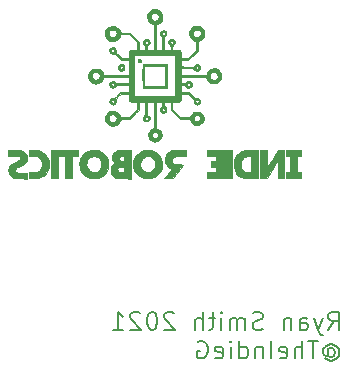
<source format=gbr>
%TF.GenerationSoftware,KiCad,Pcbnew,(5.1.9)-1*%
%TF.CreationDate,2021-04-27T12:41:55+01:00*%
%TF.ProjectId,LLC-003,4c4c432d-3030-4332-9e6b-696361645f70,1.0*%
%TF.SameCoordinates,Original*%
%TF.FileFunction,Legend,Bot*%
%TF.FilePolarity,Positive*%
%FSLAX46Y46*%
G04 Gerber Fmt 4.6, Leading zero omitted, Abs format (unit mm)*
G04 Created by KiCad (PCBNEW (5.1.9)-1) date 2021-04-27 12:41:55*
%MOMM*%
%LPD*%
G01*
G04 APERTURE LIST*
%ADD10C,0.200000*%
%ADD11C,0.010000*%
G04 APERTURE END LIST*
D10*
X154164914Y-109605971D02*
X154664914Y-108891685D01*
X155022057Y-109605971D02*
X155022057Y-108105971D01*
X154450628Y-108105971D01*
X154307771Y-108177400D01*
X154236342Y-108248828D01*
X154164914Y-108391685D01*
X154164914Y-108605971D01*
X154236342Y-108748828D01*
X154307771Y-108820257D01*
X154450628Y-108891685D01*
X155022057Y-108891685D01*
X153664914Y-108605971D02*
X153307771Y-109605971D01*
X152950628Y-108605971D02*
X153307771Y-109605971D01*
X153450628Y-109963114D01*
X153522057Y-110034542D01*
X153664914Y-110105971D01*
X151736342Y-109605971D02*
X151736342Y-108820257D01*
X151807771Y-108677400D01*
X151950628Y-108605971D01*
X152236342Y-108605971D01*
X152379200Y-108677400D01*
X151736342Y-109534542D02*
X151879200Y-109605971D01*
X152236342Y-109605971D01*
X152379200Y-109534542D01*
X152450628Y-109391685D01*
X152450628Y-109248828D01*
X152379200Y-109105971D01*
X152236342Y-109034542D01*
X151879200Y-109034542D01*
X151736342Y-108963114D01*
X151022057Y-108605971D02*
X151022057Y-109605971D01*
X151022057Y-108748828D02*
X150950628Y-108677400D01*
X150807771Y-108605971D01*
X150593485Y-108605971D01*
X150450628Y-108677400D01*
X150379200Y-108820257D01*
X150379200Y-109605971D01*
X148593485Y-109534542D02*
X148379200Y-109605971D01*
X148022057Y-109605971D01*
X147879200Y-109534542D01*
X147807771Y-109463114D01*
X147736342Y-109320257D01*
X147736342Y-109177400D01*
X147807771Y-109034542D01*
X147879200Y-108963114D01*
X148022057Y-108891685D01*
X148307771Y-108820257D01*
X148450628Y-108748828D01*
X148522057Y-108677400D01*
X148593485Y-108534542D01*
X148593485Y-108391685D01*
X148522057Y-108248828D01*
X148450628Y-108177400D01*
X148307771Y-108105971D01*
X147950628Y-108105971D01*
X147736342Y-108177400D01*
X147093485Y-109605971D02*
X147093485Y-108605971D01*
X147093485Y-108748828D02*
X147022057Y-108677400D01*
X146879200Y-108605971D01*
X146664914Y-108605971D01*
X146522057Y-108677400D01*
X146450628Y-108820257D01*
X146450628Y-109605971D01*
X146450628Y-108820257D02*
X146379200Y-108677400D01*
X146236342Y-108605971D01*
X146022057Y-108605971D01*
X145879200Y-108677400D01*
X145807771Y-108820257D01*
X145807771Y-109605971D01*
X145093485Y-109605971D02*
X145093485Y-108605971D01*
X145093485Y-108105971D02*
X145164914Y-108177400D01*
X145093485Y-108248828D01*
X145022057Y-108177400D01*
X145093485Y-108105971D01*
X145093485Y-108248828D01*
X144593485Y-108605971D02*
X144022057Y-108605971D01*
X144379200Y-108105971D02*
X144379200Y-109391685D01*
X144307771Y-109534542D01*
X144164914Y-109605971D01*
X144022057Y-109605971D01*
X143522057Y-109605971D02*
X143522057Y-108105971D01*
X142879200Y-109605971D02*
X142879200Y-108820257D01*
X142950628Y-108677400D01*
X143093485Y-108605971D01*
X143307771Y-108605971D01*
X143450628Y-108677400D01*
X143522057Y-108748828D01*
X141093485Y-108248828D02*
X141022057Y-108177400D01*
X140879200Y-108105971D01*
X140522057Y-108105971D01*
X140379200Y-108177400D01*
X140307771Y-108248828D01*
X140236342Y-108391685D01*
X140236342Y-108534542D01*
X140307771Y-108748828D01*
X141164914Y-109605971D01*
X140236342Y-109605971D01*
X139307771Y-108105971D02*
X139164914Y-108105971D01*
X139022057Y-108177400D01*
X138950628Y-108248828D01*
X138879200Y-108391685D01*
X138807771Y-108677400D01*
X138807771Y-109034542D01*
X138879200Y-109320257D01*
X138950628Y-109463114D01*
X139022057Y-109534542D01*
X139164914Y-109605971D01*
X139307771Y-109605971D01*
X139450628Y-109534542D01*
X139522057Y-109463114D01*
X139593485Y-109320257D01*
X139664914Y-109034542D01*
X139664914Y-108677400D01*
X139593485Y-108391685D01*
X139522057Y-108248828D01*
X139450628Y-108177400D01*
X139307771Y-108105971D01*
X138236342Y-108248828D02*
X138164914Y-108177400D01*
X138022057Y-108105971D01*
X137664914Y-108105971D01*
X137522057Y-108177400D01*
X137450628Y-108248828D01*
X137379200Y-108391685D01*
X137379200Y-108534542D01*
X137450628Y-108748828D01*
X138307771Y-109605971D01*
X137379200Y-109605971D01*
X135950628Y-109605971D02*
X136807771Y-109605971D01*
X136379200Y-109605971D02*
X136379200Y-108105971D01*
X136522057Y-108320257D01*
X136664914Y-108463114D01*
X136807771Y-108534542D01*
X154093485Y-111341685D02*
X154164914Y-111270257D01*
X154307771Y-111198828D01*
X154450628Y-111198828D01*
X154593485Y-111270257D01*
X154664914Y-111341685D01*
X154736342Y-111484542D01*
X154736342Y-111627400D01*
X154664914Y-111770257D01*
X154593485Y-111841685D01*
X154450628Y-111913114D01*
X154307771Y-111913114D01*
X154164914Y-111841685D01*
X154093485Y-111770257D01*
X154093485Y-111198828D02*
X154093485Y-111770257D01*
X154022057Y-111841685D01*
X153950628Y-111841685D01*
X153807771Y-111770257D01*
X153736342Y-111627400D01*
X153736342Y-111270257D01*
X153879200Y-111055971D01*
X154093485Y-110913114D01*
X154379200Y-110841685D01*
X154664914Y-110913114D01*
X154879200Y-111055971D01*
X155022057Y-111270257D01*
X155093485Y-111555971D01*
X155022057Y-111841685D01*
X154879200Y-112055971D01*
X154664914Y-112198828D01*
X154379200Y-112270257D01*
X154093485Y-112198828D01*
X153879200Y-112055971D01*
X153307771Y-110555971D02*
X152450628Y-110555971D01*
X152879200Y-112055971D02*
X152879200Y-110555971D01*
X151950628Y-112055971D02*
X151950628Y-110555971D01*
X151307771Y-112055971D02*
X151307771Y-111270257D01*
X151379200Y-111127400D01*
X151522057Y-111055971D01*
X151736342Y-111055971D01*
X151879200Y-111127400D01*
X151950628Y-111198828D01*
X150022057Y-111984542D02*
X150164914Y-112055971D01*
X150450628Y-112055971D01*
X150593485Y-111984542D01*
X150664914Y-111841685D01*
X150664914Y-111270257D01*
X150593485Y-111127400D01*
X150450628Y-111055971D01*
X150164914Y-111055971D01*
X150022057Y-111127400D01*
X149950628Y-111270257D01*
X149950628Y-111413114D01*
X150664914Y-111555971D01*
X149307771Y-112055971D02*
X149307771Y-110555971D01*
X148593485Y-111055971D02*
X148593485Y-112055971D01*
X148593485Y-111198828D02*
X148522057Y-111127400D01*
X148379200Y-111055971D01*
X148164914Y-111055971D01*
X148022057Y-111127400D01*
X147950628Y-111270257D01*
X147950628Y-112055971D01*
X146593485Y-112055971D02*
X146593485Y-110555971D01*
X146593485Y-111984542D02*
X146736342Y-112055971D01*
X147022057Y-112055971D01*
X147164914Y-111984542D01*
X147236342Y-111913114D01*
X147307771Y-111770257D01*
X147307771Y-111341685D01*
X147236342Y-111198828D01*
X147164914Y-111127400D01*
X147022057Y-111055971D01*
X146736342Y-111055971D01*
X146593485Y-111127400D01*
X145879200Y-112055971D02*
X145879200Y-111055971D01*
X145879200Y-110555971D02*
X145950628Y-110627400D01*
X145879200Y-110698828D01*
X145807771Y-110627400D01*
X145879200Y-110555971D01*
X145879200Y-110698828D01*
X144593485Y-111984542D02*
X144736342Y-112055971D01*
X145022057Y-112055971D01*
X145164914Y-111984542D01*
X145236342Y-111841685D01*
X145236342Y-111270257D01*
X145164914Y-111127400D01*
X145022057Y-111055971D01*
X144736342Y-111055971D01*
X144593485Y-111127400D01*
X144522057Y-111270257D01*
X144522057Y-111413114D01*
X145236342Y-111555971D01*
X143093485Y-110627400D02*
X143236342Y-110555971D01*
X143450628Y-110555971D01*
X143664914Y-110627400D01*
X143807771Y-110770257D01*
X143879200Y-110913114D01*
X143950628Y-111198828D01*
X143950628Y-111413114D01*
X143879200Y-111698828D01*
X143807771Y-111841685D01*
X143664914Y-111984542D01*
X143450628Y-112055971D01*
X143307771Y-112055971D01*
X143093485Y-111984542D01*
X143022057Y-111913114D01*
X143022057Y-111413114D01*
X143307771Y-111413114D01*
D11*
%TO.C,G\u002A\u002A\u002A*%
G36*
X150581600Y-94937800D02*
G01*
X150911800Y-94937800D01*
X150911800Y-96284000D01*
X150581600Y-96284000D01*
X150581600Y-96817400D01*
X151851600Y-96817400D01*
X151851600Y-96284000D01*
X151521400Y-96284000D01*
X151521400Y-94937800D01*
X151851600Y-94937800D01*
X151851600Y-94404400D01*
X150581600Y-94404400D01*
X150581600Y-94937800D01*
G37*
X150581600Y-94937800D02*
X150911800Y-94937800D01*
X150911800Y-96284000D01*
X150581600Y-96284000D01*
X150581600Y-96817400D01*
X151851600Y-96817400D01*
X151851600Y-96284000D01*
X151521400Y-96284000D01*
X151521400Y-94937800D01*
X151851600Y-94937800D01*
X151851600Y-94404400D01*
X150581600Y-94404400D01*
X150581600Y-94937800D01*
G36*
X149438600Y-95153700D02*
G01*
X149330238Y-95329016D01*
X149230104Y-95489769D01*
X149141330Y-95631023D01*
X149067050Y-95747846D01*
X149010398Y-95835303D01*
X148974507Y-95888461D01*
X148962720Y-95903000D01*
X148959657Y-95878653D01*
X148958007Y-95809783D01*
X148957741Y-95702649D01*
X148958828Y-95563507D01*
X148961238Y-95398614D01*
X148964940Y-95214227D01*
X148966355Y-95153700D01*
X148984453Y-94404400D01*
X148397200Y-94404400D01*
X148397200Y-96819118D01*
X148668222Y-96811909D01*
X148939243Y-96804700D01*
X149381304Y-96093500D01*
X149488377Y-95921715D01*
X149587661Y-95763338D01*
X149675801Y-95623650D01*
X149749441Y-95507935D01*
X149805223Y-95421477D01*
X149839791Y-95369560D01*
X149849233Y-95356900D01*
X149857377Y-95370966D01*
X149863297Y-95431906D01*
X149867014Y-95540550D01*
X149868546Y-95697725D01*
X149867913Y-95904259D01*
X149866243Y-96074450D01*
X149857386Y-96817400D01*
X150429200Y-96817400D01*
X150429200Y-94404400D01*
X149900018Y-94404400D01*
X149438600Y-95153700D01*
G37*
X149438600Y-95153700D02*
X149330238Y-95329016D01*
X149230104Y-95489769D01*
X149141330Y-95631023D01*
X149067050Y-95747846D01*
X149010398Y-95835303D01*
X148974507Y-95888461D01*
X148962720Y-95903000D01*
X148959657Y-95878653D01*
X148958007Y-95809783D01*
X148957741Y-95702649D01*
X148958828Y-95563507D01*
X148961238Y-95398614D01*
X148964940Y-95214227D01*
X148966355Y-95153700D01*
X148984453Y-94404400D01*
X148397200Y-94404400D01*
X148397200Y-96819118D01*
X148668222Y-96811909D01*
X148939243Y-96804700D01*
X149381304Y-96093500D01*
X149488377Y-95921715D01*
X149587661Y-95763338D01*
X149675801Y-95623650D01*
X149749441Y-95507935D01*
X149805223Y-95421477D01*
X149839791Y-95369560D01*
X149849233Y-95356900D01*
X149857377Y-95370966D01*
X149863297Y-95431906D01*
X149867014Y-95540550D01*
X149868546Y-95697725D01*
X149867913Y-95904259D01*
X149866243Y-96074450D01*
X149857386Y-96817400D01*
X150429200Y-96817400D01*
X150429200Y-94404400D01*
X149900018Y-94404400D01*
X149438600Y-95153700D01*
G36*
X147412360Y-94407091D02*
G01*
X147202446Y-94416437D01*
X147029279Y-94434351D01*
X146885943Y-94462742D01*
X146765522Y-94503522D01*
X146661102Y-94558600D01*
X146565767Y-94629889D01*
X146472601Y-94719298D01*
X146453808Y-94739319D01*
X146314308Y-94919872D01*
X146216569Y-95117684D01*
X146158295Y-95339151D01*
X146137189Y-95590671D01*
X146137042Y-95621914D01*
X146157595Y-95878662D01*
X146216546Y-96110486D01*
X146311958Y-96313778D01*
X146441894Y-96484930D01*
X146604418Y-96620333D01*
X146703017Y-96676325D01*
X146807818Y-96721891D01*
X146918534Y-96757040D01*
X147043315Y-96782915D01*
X147190310Y-96800660D01*
X147367669Y-96811420D01*
X147583540Y-96816336D01*
X147705050Y-96816958D01*
X148219400Y-96817400D01*
X148219400Y-94937800D01*
X147609800Y-94937800D01*
X147609800Y-96290059D01*
X147373595Y-96279728D01*
X147252091Y-96272267D01*
X147165231Y-96260067D01*
X147096869Y-96239479D01*
X147030862Y-96206854D01*
X147017831Y-96199332D01*
X146918781Y-96124623D01*
X146844287Y-96024657D01*
X146829196Y-95997083D01*
X146796604Y-95929262D01*
X146776106Y-95866976D01*
X146764932Y-95794882D01*
X146760314Y-95697634D01*
X146759509Y-95610900D01*
X146760433Y-95490652D01*
X146765813Y-95406054D01*
X146778539Y-95341979D01*
X146801496Y-95283301D01*
X146833805Y-95221680D01*
X146911682Y-95105521D01*
X147002114Y-95023595D01*
X147114289Y-94971379D01*
X147257394Y-94944350D01*
X147410391Y-94937800D01*
X147609800Y-94937800D01*
X148219400Y-94937800D01*
X148219400Y-94404400D01*
X147665937Y-94404400D01*
X147412360Y-94407091D01*
G37*
X147412360Y-94407091D02*
X147202446Y-94416437D01*
X147029279Y-94434351D01*
X146885943Y-94462742D01*
X146765522Y-94503522D01*
X146661102Y-94558600D01*
X146565767Y-94629889D01*
X146472601Y-94719298D01*
X146453808Y-94739319D01*
X146314308Y-94919872D01*
X146216569Y-95117684D01*
X146158295Y-95339151D01*
X146137189Y-95590671D01*
X146137042Y-95621914D01*
X146157595Y-95878662D01*
X146216546Y-96110486D01*
X146311958Y-96313778D01*
X146441894Y-96484930D01*
X146604418Y-96620333D01*
X146703017Y-96676325D01*
X146807818Y-96721891D01*
X146918534Y-96757040D01*
X147043315Y-96782915D01*
X147190310Y-96800660D01*
X147367669Y-96811420D01*
X147583540Y-96816336D01*
X147705050Y-96816958D01*
X148219400Y-96817400D01*
X148219400Y-94937800D01*
X147609800Y-94937800D01*
X147609800Y-96290059D01*
X147373595Y-96279728D01*
X147252091Y-96272267D01*
X147165231Y-96260067D01*
X147096869Y-96239479D01*
X147030862Y-96206854D01*
X147017831Y-96199332D01*
X146918781Y-96124623D01*
X146844287Y-96024657D01*
X146829196Y-95997083D01*
X146796604Y-95929262D01*
X146776106Y-95866976D01*
X146764932Y-95794882D01*
X146760314Y-95697634D01*
X146759509Y-95610900D01*
X146760433Y-95490652D01*
X146765813Y-95406054D01*
X146778539Y-95341979D01*
X146801496Y-95283301D01*
X146833805Y-95221680D01*
X146911682Y-95105521D01*
X147002114Y-95023595D01*
X147114289Y-94971379D01*
X147257394Y-94944350D01*
X147410391Y-94937800D01*
X147609800Y-94937800D01*
X148219400Y-94937800D01*
X148219400Y-94404400D01*
X147665937Y-94404400D01*
X147412360Y-94407091D01*
G36*
X145349200Y-96817400D02*
G01*
X145958800Y-96817400D01*
X145958800Y-94404400D01*
X145349200Y-94404400D01*
X145349200Y-96817400D01*
G37*
X145349200Y-96817400D02*
X145958800Y-96817400D01*
X145958800Y-94404400D01*
X145349200Y-94404400D01*
X145349200Y-96817400D01*
G36*
X143876000Y-94937800D02*
G01*
X144638000Y-94937800D01*
X144638000Y-95318800D01*
X144231600Y-95318800D01*
X144231600Y-95850063D01*
X144428450Y-95857481D01*
X144625300Y-95864900D01*
X144625300Y-96271300D01*
X143876000Y-96285358D01*
X143876000Y-96817400D01*
X145222200Y-96817400D01*
X145222200Y-94404400D01*
X143876000Y-94404400D01*
X143876000Y-94937800D01*
G37*
X143876000Y-94937800D02*
X144638000Y-94937800D01*
X144638000Y-95318800D01*
X144231600Y-95318800D01*
X144231600Y-95850063D01*
X144428450Y-95857481D01*
X144625300Y-95864900D01*
X144625300Y-96271300D01*
X143876000Y-96285358D01*
X143876000Y-96817400D01*
X145222200Y-96817400D01*
X145222200Y-94404400D01*
X143876000Y-94404400D01*
X143876000Y-94937800D01*
G36*
X141520150Y-94409112D02*
G01*
X141327482Y-94412397D01*
X141178178Y-94415953D01*
X141064806Y-94420463D01*
X140979932Y-94426610D01*
X140916124Y-94435077D01*
X140865947Y-94446546D01*
X140821969Y-94461701D01*
X140787390Y-94476429D01*
X140639846Y-94566811D01*
X140508507Y-94693305D01*
X140407950Y-94841249D01*
X140391823Y-94874300D01*
X140352128Y-95003398D01*
X140332601Y-95158744D01*
X140333345Y-95321407D01*
X140354460Y-95472458D01*
X140388046Y-95576588D01*
X140474436Y-95716763D01*
X140591571Y-95837108D01*
X140725681Y-95924519D01*
X140775581Y-95945442D01*
X140847021Y-95973649D01*
X140893723Y-95997526D01*
X140904200Y-96007836D01*
X140889083Y-96031917D01*
X140846918Y-96089330D01*
X140782491Y-96173814D01*
X140700585Y-96279110D01*
X140605985Y-96398959D01*
X140588471Y-96420974D01*
X140272741Y-96817400D01*
X140975367Y-96817400D01*
X141818785Y-95636300D01*
X141481008Y-95623600D01*
X141319959Y-95615442D01*
X141200544Y-95602729D01*
X141113613Y-95582239D01*
X141050018Y-95550753D01*
X141000609Y-95505051D01*
X140956237Y-95441912D01*
X140953883Y-95438069D01*
X140910049Y-95322522D01*
X140916380Y-95201036D01*
X140948690Y-95115600D01*
X140981762Y-95058885D01*
X141021635Y-95015534D01*
X141075176Y-94983797D01*
X141149255Y-94961927D01*
X141250738Y-94948176D01*
X141386493Y-94940796D01*
X141563388Y-94938039D01*
X141647150Y-94937839D01*
X142123400Y-94937800D01*
X142123400Y-94399716D01*
X141520150Y-94409112D01*
G37*
X141520150Y-94409112D02*
X141327482Y-94412397D01*
X141178178Y-94415953D01*
X141064806Y-94420463D01*
X140979932Y-94426610D01*
X140916124Y-94435077D01*
X140865947Y-94446546D01*
X140821969Y-94461701D01*
X140787390Y-94476429D01*
X140639846Y-94566811D01*
X140508507Y-94693305D01*
X140407950Y-94841249D01*
X140391823Y-94874300D01*
X140352128Y-95003398D01*
X140332601Y-95158744D01*
X140333345Y-95321407D01*
X140354460Y-95472458D01*
X140388046Y-95576588D01*
X140474436Y-95716763D01*
X140591571Y-95837108D01*
X140725681Y-95924519D01*
X140775581Y-95945442D01*
X140847021Y-95973649D01*
X140893723Y-95997526D01*
X140904200Y-96007836D01*
X140889083Y-96031917D01*
X140846918Y-96089330D01*
X140782491Y-96173814D01*
X140700585Y-96279110D01*
X140605985Y-96398959D01*
X140588471Y-96420974D01*
X140272741Y-96817400D01*
X140975367Y-96817400D01*
X141818785Y-95636300D01*
X141481008Y-95623600D01*
X141319959Y-95615442D01*
X141200544Y-95602729D01*
X141113613Y-95582239D01*
X141050018Y-95550753D01*
X141000609Y-95505051D01*
X140956237Y-95441912D01*
X140953883Y-95438069D01*
X140910049Y-95322522D01*
X140916380Y-95201036D01*
X140948690Y-95115600D01*
X140981762Y-95058885D01*
X141021635Y-95015534D01*
X141075176Y-94983797D01*
X141149255Y-94961927D01*
X141250738Y-94948176D01*
X141386493Y-94940796D01*
X141563388Y-94938039D01*
X141647150Y-94937839D01*
X142123400Y-94937800D01*
X142123400Y-94399716D01*
X141520150Y-94409112D01*
G36*
X138717378Y-94410462D02*
G01*
X138589802Y-94423072D01*
X138569142Y-94427053D01*
X138378185Y-94489201D01*
X138189423Y-94588991D01*
X138015830Y-94717221D01*
X137870377Y-94864694D01*
X137788590Y-94980623D01*
X137695049Y-95186686D01*
X137641178Y-95410884D01*
X137626873Y-95642791D01*
X137652028Y-95871979D01*
X137716539Y-96088023D01*
X137801378Y-96252202D01*
X137951786Y-96440989D01*
X138134519Y-96594039D01*
X138343524Y-96708896D01*
X138572747Y-96783104D01*
X138816133Y-96814206D01*
X139067630Y-96799746D01*
X139126200Y-96789676D01*
X139206424Y-96767015D01*
X139309837Y-96728266D01*
X139414958Y-96681529D01*
X139421648Y-96678255D01*
X139583252Y-96577729D01*
X139737915Y-96443643D01*
X139871541Y-96290151D01*
X139970033Y-96131407D01*
X139973552Y-96124074D01*
X140046672Y-95912455D01*
X140077788Y-95681802D01*
X140071224Y-95539236D01*
X139476943Y-95539236D01*
X139476246Y-95658627D01*
X139442525Y-95849777D01*
X139369367Y-96011117D01*
X139258570Y-96140138D01*
X139111928Y-96234327D01*
X139045362Y-96261094D01*
X138941151Y-96293498D01*
X138860792Y-96305759D01*
X138781800Y-96298550D01*
X138681688Y-96272544D01*
X138679961Y-96272029D01*
X138522329Y-96199775D01*
X138392942Y-96088430D01*
X138295988Y-95943648D01*
X138235658Y-95771083D01*
X138218225Y-95649000D01*
X138226899Y-95465982D01*
X138275508Y-95301657D01*
X138358175Y-95160455D01*
X138469022Y-95046803D01*
X138602174Y-94965133D01*
X138751753Y-94919872D01*
X138911883Y-94915451D01*
X139076687Y-94956298D01*
X139115300Y-94972871D01*
X139262321Y-95067528D01*
X139372833Y-95195814D01*
X139444990Y-95354220D01*
X139476943Y-95539236D01*
X140071224Y-95539236D01*
X140066741Y-95441883D01*
X140013368Y-95202472D01*
X139989808Y-95134150D01*
X139904411Y-94967468D01*
X139779859Y-94806262D01*
X139627509Y-94661397D01*
X139458719Y-94543737D01*
X139291895Y-94466512D01*
X139176405Y-94438588D01*
X139029565Y-94419252D01*
X138870261Y-94409533D01*
X138717378Y-94410462D01*
G37*
X138717378Y-94410462D02*
X138589802Y-94423072D01*
X138569142Y-94427053D01*
X138378185Y-94489201D01*
X138189423Y-94588991D01*
X138015830Y-94717221D01*
X137870377Y-94864694D01*
X137788590Y-94980623D01*
X137695049Y-95186686D01*
X137641178Y-95410884D01*
X137626873Y-95642791D01*
X137652028Y-95871979D01*
X137716539Y-96088023D01*
X137801378Y-96252202D01*
X137951786Y-96440989D01*
X138134519Y-96594039D01*
X138343524Y-96708896D01*
X138572747Y-96783104D01*
X138816133Y-96814206D01*
X139067630Y-96799746D01*
X139126200Y-96789676D01*
X139206424Y-96767015D01*
X139309837Y-96728266D01*
X139414958Y-96681529D01*
X139421648Y-96678255D01*
X139583252Y-96577729D01*
X139737915Y-96443643D01*
X139871541Y-96290151D01*
X139970033Y-96131407D01*
X139973552Y-96124074D01*
X140046672Y-95912455D01*
X140077788Y-95681802D01*
X140071224Y-95539236D01*
X139476943Y-95539236D01*
X139476246Y-95658627D01*
X139442525Y-95849777D01*
X139369367Y-96011117D01*
X139258570Y-96140138D01*
X139111928Y-96234327D01*
X139045362Y-96261094D01*
X138941151Y-96293498D01*
X138860792Y-96305759D01*
X138781800Y-96298550D01*
X138681688Y-96272544D01*
X138679961Y-96272029D01*
X138522329Y-96199775D01*
X138392942Y-96088430D01*
X138295988Y-95943648D01*
X138235658Y-95771083D01*
X138218225Y-95649000D01*
X138226899Y-95465982D01*
X138275508Y-95301657D01*
X138358175Y-95160455D01*
X138469022Y-95046803D01*
X138602174Y-94965133D01*
X138751753Y-94919872D01*
X138911883Y-94915451D01*
X139076687Y-94956298D01*
X139115300Y-94972871D01*
X139262321Y-95067528D01*
X139372833Y-95195814D01*
X139444990Y-95354220D01*
X139476943Y-95539236D01*
X140071224Y-95539236D01*
X140066741Y-95441883D01*
X140013368Y-95202472D01*
X139989808Y-95134150D01*
X139904411Y-94967468D01*
X139779859Y-94806262D01*
X139627509Y-94661397D01*
X139458719Y-94543737D01*
X139291895Y-94466512D01*
X139176405Y-94438588D01*
X139029565Y-94419252D01*
X138870261Y-94409533D01*
X138717378Y-94410462D01*
G36*
X136715175Y-94405771D02*
G01*
X136540218Y-94410790D01*
X136401668Y-94420819D01*
X136292357Y-94437214D01*
X136205112Y-94461337D01*
X136132765Y-94494547D01*
X136068145Y-94538203D01*
X136021917Y-94577283D01*
X135909180Y-94708817D01*
X135843811Y-94858179D01*
X135824758Y-95008465D01*
X135845366Y-95176074D01*
X135910648Y-95322011D01*
X135991441Y-95422393D01*
X136080002Y-95513286D01*
X135956069Y-95590327D01*
X135837152Y-95689914D01*
X135758389Y-95817258D01*
X135718281Y-95975381D01*
X135712142Y-96082264D01*
X135729285Y-96265449D01*
X135782933Y-96418425D01*
X135876416Y-96549457D01*
X135916324Y-96589059D01*
X135986717Y-96651625D01*
X136051250Y-96700747D01*
X136117345Y-96738166D01*
X136192424Y-96765620D01*
X136283908Y-96784848D01*
X136399218Y-96797588D01*
X136545777Y-96805579D01*
X136731005Y-96810560D01*
X136871950Y-96812951D01*
X137475200Y-96822083D01*
X137475200Y-96284000D01*
X136891000Y-96284000D01*
X136699685Y-96284000D01*
X136590124Y-96279093D01*
X136490614Y-96266144D01*
X136423066Y-96248358D01*
X136345299Y-96192309D01*
X136302461Y-96112778D01*
X136295069Y-96023530D01*
X136323644Y-95938333D01*
X136388705Y-95870953D01*
X136408400Y-95859667D01*
X136465006Y-95843960D01*
X136555890Y-95832518D01*
X136664582Y-95827299D01*
X136681450Y-95827174D01*
X136891000Y-95826800D01*
X136891000Y-96284000D01*
X137475200Y-96284000D01*
X137475200Y-95324352D01*
X136891000Y-95324352D01*
X136697744Y-95314593D01*
X136594528Y-95307245D01*
X136528550Y-95295376D01*
X136486252Y-95275104D01*
X136456444Y-95245503D01*
X136415555Y-95160338D01*
X136414565Y-95067656D01*
X136444240Y-95000095D01*
X136472605Y-94974141D01*
X136519356Y-94957431D01*
X136596106Y-94947159D01*
X136685540Y-94941751D01*
X136891000Y-94932421D01*
X136891000Y-95324352D01*
X137475200Y-95324352D01*
X137475200Y-94404400D01*
X136933711Y-94404400D01*
X136715175Y-94405771D01*
G37*
X136715175Y-94405771D02*
X136540218Y-94410790D01*
X136401668Y-94420819D01*
X136292357Y-94437214D01*
X136205112Y-94461337D01*
X136132765Y-94494547D01*
X136068145Y-94538203D01*
X136021917Y-94577283D01*
X135909180Y-94708817D01*
X135843811Y-94858179D01*
X135824758Y-95008465D01*
X135845366Y-95176074D01*
X135910648Y-95322011D01*
X135991441Y-95422393D01*
X136080002Y-95513286D01*
X135956069Y-95590327D01*
X135837152Y-95689914D01*
X135758389Y-95817258D01*
X135718281Y-95975381D01*
X135712142Y-96082264D01*
X135729285Y-96265449D01*
X135782933Y-96418425D01*
X135876416Y-96549457D01*
X135916324Y-96589059D01*
X135986717Y-96651625D01*
X136051250Y-96700747D01*
X136117345Y-96738166D01*
X136192424Y-96765620D01*
X136283908Y-96784848D01*
X136399218Y-96797588D01*
X136545777Y-96805579D01*
X136731005Y-96810560D01*
X136871950Y-96812951D01*
X137475200Y-96822083D01*
X137475200Y-96284000D01*
X136891000Y-96284000D01*
X136699685Y-96284000D01*
X136590124Y-96279093D01*
X136490614Y-96266144D01*
X136423066Y-96248358D01*
X136345299Y-96192309D01*
X136302461Y-96112778D01*
X136295069Y-96023530D01*
X136323644Y-95938333D01*
X136388705Y-95870953D01*
X136408400Y-95859667D01*
X136465006Y-95843960D01*
X136555890Y-95832518D01*
X136664582Y-95827299D01*
X136681450Y-95827174D01*
X136891000Y-95826800D01*
X136891000Y-96284000D01*
X137475200Y-96284000D01*
X137475200Y-95324352D01*
X136891000Y-95324352D01*
X136697744Y-95314593D01*
X136594528Y-95307245D01*
X136528550Y-95295376D01*
X136486252Y-95275104D01*
X136456444Y-95245503D01*
X136415555Y-95160338D01*
X136414565Y-95067656D01*
X136444240Y-95000095D01*
X136472605Y-94974141D01*
X136519356Y-94957431D01*
X136596106Y-94947159D01*
X136685540Y-94941751D01*
X136891000Y-94932421D01*
X136891000Y-95324352D01*
X137475200Y-95324352D01*
X137475200Y-94404400D01*
X136933711Y-94404400D01*
X136715175Y-94405771D01*
G36*
X134180335Y-94408365D02*
G01*
X134041016Y-94423350D01*
X134023846Y-94426773D01*
X133797094Y-94500205D01*
X133593446Y-94615160D01*
X133417475Y-94765972D01*
X133273756Y-94946973D01*
X133166865Y-95152495D01*
X133101376Y-95376871D01*
X133081621Y-95594112D01*
X133099737Y-95834486D01*
X133154709Y-96045603D01*
X133249942Y-96236438D01*
X133388843Y-96415967D01*
X133396721Y-96424513D01*
X133577035Y-96582493D01*
X133784746Y-96701996D01*
X134011490Y-96780626D01*
X134248902Y-96815985D01*
X134488618Y-96805675D01*
X134627547Y-96777254D01*
X134839430Y-96697724D01*
X135036977Y-96580405D01*
X135210396Y-96433106D01*
X135349893Y-96263636D01*
X135416267Y-96148346D01*
X135498377Y-95923791D01*
X135534261Y-95693291D01*
X135533897Y-95682703D01*
X134934746Y-95682703D01*
X134897632Y-95852431D01*
X134822969Y-96008447D01*
X134724123Y-96128573D01*
X134641232Y-96189473D01*
X134533002Y-96245635D01*
X134419885Y-96288144D01*
X134322333Y-96308088D01*
X134311161Y-96308570D01*
X134257516Y-96301965D01*
X134177488Y-96284154D01*
X134124660Y-96269617D01*
X133985326Y-96203239D01*
X133862582Y-96097207D01*
X133763633Y-95961796D01*
X133695684Y-95807277D01*
X133665941Y-95643923D01*
X133665200Y-95614557D01*
X133686707Y-95446291D01*
X133746650Y-95284021D01*
X133838166Y-95139186D01*
X133954392Y-95023223D01*
X134057917Y-94960113D01*
X134211965Y-94916691D01*
X134375949Y-94916581D01*
X134536868Y-94957769D01*
X134681717Y-95038242D01*
X134710249Y-95061115D01*
X134822064Y-95188471D01*
X134896836Y-95341002D01*
X134934439Y-95508986D01*
X134934746Y-95682703D01*
X135533897Y-95682703D01*
X135526337Y-95463210D01*
X135477018Y-95239911D01*
X135388721Y-95029758D01*
X135263859Y-94839113D01*
X135104849Y-94674341D01*
X134914106Y-94541804D01*
X134782800Y-94479343D01*
X134661710Y-94444475D01*
X134508835Y-94420185D01*
X134342326Y-94407729D01*
X134180335Y-94408365D01*
G37*
X134180335Y-94408365D02*
X134041016Y-94423350D01*
X134023846Y-94426773D01*
X133797094Y-94500205D01*
X133593446Y-94615160D01*
X133417475Y-94765972D01*
X133273756Y-94946973D01*
X133166865Y-95152495D01*
X133101376Y-95376871D01*
X133081621Y-95594112D01*
X133099737Y-95834486D01*
X133154709Y-96045603D01*
X133249942Y-96236438D01*
X133388843Y-96415967D01*
X133396721Y-96424513D01*
X133577035Y-96582493D01*
X133784746Y-96701996D01*
X134011490Y-96780626D01*
X134248902Y-96815985D01*
X134488618Y-96805675D01*
X134627547Y-96777254D01*
X134839430Y-96697724D01*
X135036977Y-96580405D01*
X135210396Y-96433106D01*
X135349893Y-96263636D01*
X135416267Y-96148346D01*
X135498377Y-95923791D01*
X135534261Y-95693291D01*
X135533897Y-95682703D01*
X134934746Y-95682703D01*
X134897632Y-95852431D01*
X134822969Y-96008447D01*
X134724123Y-96128573D01*
X134641232Y-96189473D01*
X134533002Y-96245635D01*
X134419885Y-96288144D01*
X134322333Y-96308088D01*
X134311161Y-96308570D01*
X134257516Y-96301965D01*
X134177488Y-96284154D01*
X134124660Y-96269617D01*
X133985326Y-96203239D01*
X133862582Y-96097207D01*
X133763633Y-95961796D01*
X133695684Y-95807277D01*
X133665941Y-95643923D01*
X133665200Y-95614557D01*
X133686707Y-95446291D01*
X133746650Y-95284021D01*
X133838166Y-95139186D01*
X133954392Y-95023223D01*
X134057917Y-94960113D01*
X134211965Y-94916691D01*
X134375949Y-94916581D01*
X134536868Y-94957769D01*
X134681717Y-95038242D01*
X134710249Y-95061115D01*
X134822064Y-95188471D01*
X134896836Y-95341002D01*
X134934439Y-95508986D01*
X134934746Y-95682703D01*
X135533897Y-95682703D01*
X135526337Y-95463210D01*
X135477018Y-95239911D01*
X135388721Y-95029758D01*
X135263859Y-94839113D01*
X135104849Y-94674341D01*
X134914106Y-94541804D01*
X134782800Y-94479343D01*
X134661710Y-94444475D01*
X134508835Y-94420185D01*
X134342326Y-94407729D01*
X134180335Y-94408365D01*
G36*
X131379200Y-94937800D02*
G01*
X131861800Y-94937800D01*
X131861800Y-96817400D01*
X132471400Y-96817400D01*
X132471400Y-94937800D01*
X132954000Y-94937800D01*
X132954000Y-94404400D01*
X131379200Y-94404400D01*
X131379200Y-94937800D01*
G37*
X131379200Y-94937800D02*
X131861800Y-94937800D01*
X131861800Y-96817400D01*
X132471400Y-96817400D01*
X132471400Y-94937800D01*
X132954000Y-94937800D01*
X132954000Y-94404400D01*
X131379200Y-94404400D01*
X131379200Y-94937800D01*
G36*
X130642600Y-96817400D02*
G01*
X131252200Y-96817400D01*
X131252200Y-94404400D01*
X130642600Y-94404400D01*
X130642600Y-96817400D01*
G37*
X130642600Y-96817400D02*
X131252200Y-96817400D01*
X131252200Y-94404400D01*
X130642600Y-94404400D01*
X130642600Y-96817400D01*
G36*
X128813800Y-94912400D02*
G01*
X129099550Y-94913514D01*
X129299100Y-94921821D01*
X129457714Y-94947461D01*
X129583389Y-94994121D01*
X129684121Y-95065488D01*
X129767908Y-95165247D01*
X129815066Y-95243366D01*
X129882147Y-95414104D01*
X129905586Y-95590944D01*
X129887900Y-95765483D01*
X129831607Y-95929315D01*
X129739226Y-96074037D01*
X129613275Y-96191245D01*
X129513713Y-96249108D01*
X129448425Y-96276328D01*
X129383781Y-96293943D01*
X129306013Y-96303949D01*
X129201353Y-96308342D01*
X129099550Y-96309151D01*
X128813800Y-96309400D01*
X128813800Y-96817400D01*
X129137650Y-96814617D01*
X129272990Y-96811763D01*
X129400972Y-96806064D01*
X129507031Y-96798349D01*
X129575800Y-96789608D01*
X129768414Y-96727764D01*
X129952989Y-96622852D01*
X130121811Y-96482606D01*
X130267165Y-96314758D01*
X130381336Y-96127040D01*
X130456609Y-95927184D01*
X130463263Y-95900160D01*
X130476286Y-95817452D01*
X130485739Y-95707707D01*
X130489579Y-95594665D01*
X130489580Y-95594525D01*
X130465992Y-95350672D01*
X130395895Y-95121861D01*
X130282687Y-94913635D01*
X130129763Y-94731535D01*
X129940518Y-94581104D01*
X129829800Y-94517699D01*
X129717709Y-94469893D01*
X129594000Y-94436561D01*
X129447835Y-94415900D01*
X129268373Y-94406108D01*
X129150350Y-94404701D01*
X128813800Y-94404400D01*
X128813800Y-94912400D01*
G37*
X128813800Y-94912400D02*
X129099550Y-94913514D01*
X129299100Y-94921821D01*
X129457714Y-94947461D01*
X129583389Y-94994121D01*
X129684121Y-95065488D01*
X129767908Y-95165247D01*
X129815066Y-95243366D01*
X129882147Y-95414104D01*
X129905586Y-95590944D01*
X129887900Y-95765483D01*
X129831607Y-95929315D01*
X129739226Y-96074037D01*
X129613275Y-96191245D01*
X129513713Y-96249108D01*
X129448425Y-96276328D01*
X129383781Y-96293943D01*
X129306013Y-96303949D01*
X129201353Y-96308342D01*
X129099550Y-96309151D01*
X128813800Y-96309400D01*
X128813800Y-96817400D01*
X129137650Y-96814617D01*
X129272990Y-96811763D01*
X129400972Y-96806064D01*
X129507031Y-96798349D01*
X129575800Y-96789608D01*
X129768414Y-96727764D01*
X129952989Y-96622852D01*
X130121811Y-96482606D01*
X130267165Y-96314758D01*
X130381336Y-96127040D01*
X130456609Y-95927184D01*
X130463263Y-95900160D01*
X130476286Y-95817452D01*
X130485739Y-95707707D01*
X130489579Y-95594665D01*
X130489580Y-95594525D01*
X130465992Y-95350672D01*
X130395895Y-95121861D01*
X130282687Y-94913635D01*
X130129763Y-94731535D01*
X129940518Y-94581104D01*
X129829800Y-94517699D01*
X129717709Y-94469893D01*
X129594000Y-94436561D01*
X129447835Y-94415900D01*
X129268373Y-94406108D01*
X129150350Y-94404701D01*
X128813800Y-94404400D01*
X128813800Y-94912400D01*
G36*
X127061200Y-94887000D02*
G01*
X127502275Y-94887000D01*
X127663433Y-94887414D01*
X127781974Y-94889223D01*
X127866077Y-94893274D01*
X127923921Y-94900415D01*
X127963686Y-94911493D01*
X127993552Y-94927356D01*
X128010275Y-94939643D01*
X128061706Y-95007932D01*
X128078074Y-95092286D01*
X128057758Y-95173400D01*
X128032750Y-95207299D01*
X127993792Y-95234479D01*
X127918757Y-95277233D01*
X127817802Y-95330087D01*
X127701085Y-95387562D01*
X127678874Y-95398123D01*
X127480679Y-95498448D01*
X127327218Y-95593048D01*
X127213690Y-95687470D01*
X127135296Y-95787259D01*
X127087235Y-95897962D01*
X127064707Y-96025126D01*
X127061449Y-96111538D01*
X127081357Y-96304684D01*
X127141492Y-96467298D01*
X127243309Y-96601670D01*
X127388264Y-96710091D01*
X127467600Y-96750863D01*
X127511133Y-96768680D01*
X127559012Y-96782285D01*
X127619081Y-96792422D01*
X127699187Y-96799834D01*
X127807175Y-96805266D01*
X127950890Y-96809461D01*
X128121650Y-96812872D01*
X128661400Y-96822452D01*
X128661400Y-96334800D01*
X128253739Y-96334800D01*
X128059730Y-96332119D01*
X127910729Y-96322526D01*
X127801155Y-96303693D01*
X127725423Y-96273293D01*
X127677950Y-96228999D01*
X127653152Y-96168485D01*
X127645446Y-96089423D01*
X127645400Y-96081257D01*
X127653660Y-96025452D01*
X127682415Y-95975079D01*
X127737637Y-95925522D01*
X127825292Y-95872164D01*
X127951350Y-95810392D01*
X128055618Y-95764013D01*
X128259265Y-95666152D01*
X128416354Y-95567742D01*
X128530966Y-95464210D01*
X128607184Y-95350988D01*
X128649090Y-95223503D01*
X128660843Y-95086361D01*
X128643517Y-94919215D01*
X128589333Y-94779833D01*
X128493054Y-94656224D01*
X128458930Y-94623788D01*
X128384719Y-94559867D01*
X128316116Y-94510560D01*
X128244939Y-94473848D01*
X128163007Y-94447712D01*
X128062140Y-94430132D01*
X127934156Y-94419090D01*
X127770875Y-94412567D01*
X127588250Y-94408910D01*
X127061200Y-94400721D01*
X127061200Y-94887000D01*
G37*
X127061200Y-94887000D02*
X127502275Y-94887000D01*
X127663433Y-94887414D01*
X127781974Y-94889223D01*
X127866077Y-94893274D01*
X127923921Y-94900415D01*
X127963686Y-94911493D01*
X127993552Y-94927356D01*
X128010275Y-94939643D01*
X128061706Y-95007932D01*
X128078074Y-95092286D01*
X128057758Y-95173400D01*
X128032750Y-95207299D01*
X127993792Y-95234479D01*
X127918757Y-95277233D01*
X127817802Y-95330087D01*
X127701085Y-95387562D01*
X127678874Y-95398123D01*
X127480679Y-95498448D01*
X127327218Y-95593048D01*
X127213690Y-95687470D01*
X127135296Y-95787259D01*
X127087235Y-95897962D01*
X127064707Y-96025126D01*
X127061449Y-96111538D01*
X127081357Y-96304684D01*
X127141492Y-96467298D01*
X127243309Y-96601670D01*
X127388264Y-96710091D01*
X127467600Y-96750863D01*
X127511133Y-96768680D01*
X127559012Y-96782285D01*
X127619081Y-96792422D01*
X127699187Y-96799834D01*
X127807175Y-96805266D01*
X127950890Y-96809461D01*
X128121650Y-96812872D01*
X128661400Y-96822452D01*
X128661400Y-96334800D01*
X128253739Y-96334800D01*
X128059730Y-96332119D01*
X127910729Y-96322526D01*
X127801155Y-96303693D01*
X127725423Y-96273293D01*
X127677950Y-96228999D01*
X127653152Y-96168485D01*
X127645446Y-96089423D01*
X127645400Y-96081257D01*
X127653660Y-96025452D01*
X127682415Y-95975079D01*
X127737637Y-95925522D01*
X127825292Y-95872164D01*
X127951350Y-95810392D01*
X128055618Y-95764013D01*
X128259265Y-95666152D01*
X128416354Y-95567742D01*
X128530966Y-95464210D01*
X128607184Y-95350988D01*
X128649090Y-95223503D01*
X128660843Y-95086361D01*
X128643517Y-94919215D01*
X128589333Y-94779833D01*
X128493054Y-94656224D01*
X128458930Y-94623788D01*
X128384719Y-94559867D01*
X128316116Y-94510560D01*
X128244939Y-94473848D01*
X128163007Y-94447712D01*
X128062140Y-94430132D01*
X127934156Y-94419090D01*
X127770875Y-94412567D01*
X127588250Y-94408910D01*
X127061200Y-94400721D01*
X127061200Y-94887000D01*
G36*
X139268961Y-82510409D02*
G01*
X139120285Y-82577758D01*
X138987201Y-82685624D01*
X138890975Y-82823386D01*
X138834522Y-82983144D01*
X138820756Y-83156996D01*
X138847069Y-83318259D01*
X138906854Y-83448798D01*
X139004753Y-83570169D01*
X139128271Y-83668779D01*
X139207794Y-83710648D01*
X139284401Y-83746841D01*
X139341095Y-83779845D01*
X139360762Y-83796738D01*
X139364792Y-83827557D01*
X139368543Y-83903687D01*
X139371915Y-84019640D01*
X139374813Y-84169926D01*
X139377140Y-84349056D01*
X139378797Y-84551543D01*
X139379687Y-84771896D01*
X139379812Y-84873050D01*
X139380200Y-85920800D01*
X138821400Y-85920800D01*
X138821400Y-85743585D01*
X138823082Y-85648458D01*
X138830894Y-85590032D01*
X138848982Y-85554243D01*
X138881495Y-85527032D01*
X138886199Y-85523913D01*
X138969060Y-85445854D01*
X139011944Y-85354133D01*
X139018043Y-85272725D01*
X138872200Y-85272725D01*
X138852018Y-85350872D01*
X138799223Y-85397594D01*
X138725446Y-85406433D01*
X138667331Y-85386506D01*
X138629000Y-85341481D01*
X138620201Y-85276306D01*
X138636728Y-85208333D01*
X138674377Y-85154914D01*
X138728663Y-85133400D01*
X138789417Y-85154117D01*
X138843549Y-85203592D01*
X138871469Y-85262811D01*
X138872200Y-85272725D01*
X139018043Y-85272725D01*
X139019189Y-85257429D01*
X138995135Y-85164419D01*
X138944118Y-85083781D01*
X138870477Y-85024191D01*
X138778550Y-84994327D01*
X138672675Y-85002866D01*
X138632641Y-85016736D01*
X138537948Y-85077352D01*
X138483359Y-85165782D01*
X138465801Y-85287007D01*
X138465800Y-85287284D01*
X138470315Y-85361426D01*
X138490725Y-85414607D01*
X138537326Y-85467949D01*
X138567400Y-85495674D01*
X138622071Y-85547402D01*
X138652477Y-85590434D01*
X138665728Y-85642837D01*
X138668934Y-85722679D01*
X138669000Y-85753841D01*
X138669000Y-85920800D01*
X138110200Y-85920800D01*
X138110200Y-85630353D01*
X138107903Y-85506542D01*
X138101679Y-85395074D01*
X138092532Y-85309580D01*
X138083550Y-85268403D01*
X138057808Y-85228789D01*
X138001734Y-85160424D01*
X137921344Y-85070046D01*
X137822653Y-84964394D01*
X137711677Y-84850204D01*
X137696529Y-84834950D01*
X137422759Y-84559980D01*
X136224364Y-84559980D01*
X136210278Y-84618767D01*
X136193029Y-84665650D01*
X136127501Y-84773411D01*
X136032963Y-84846059D01*
X135920336Y-84879861D01*
X135800539Y-84871084D01*
X135707868Y-84831503D01*
X135635447Y-84765020D01*
X135577442Y-84672327D01*
X135546753Y-84575756D01*
X135544800Y-84549200D01*
X135564706Y-84455848D01*
X135615821Y-84359631D01*
X135685248Y-84282878D01*
X135707868Y-84266896D01*
X135825598Y-84221783D01*
X135944800Y-84222202D01*
X136054553Y-84264421D01*
X136143938Y-84344706D01*
X136193029Y-84432749D01*
X136218615Y-84506684D01*
X136224364Y-84559980D01*
X137422759Y-84559980D01*
X137336158Y-84473000D01*
X136558005Y-84473000D01*
X136497336Y-84335815D01*
X136400131Y-84164850D01*
X136279314Y-84038790D01*
X136134294Y-83957255D01*
X135964485Y-83919867D01*
X135848480Y-83918577D01*
X135669547Y-83951664D01*
X135515483Y-84028988D01*
X135387206Y-84150030D01*
X135349402Y-84201387D01*
X135275408Y-84354042D01*
X135246540Y-84517047D01*
X135260854Y-84681644D01*
X135316409Y-84839076D01*
X135411260Y-84980585D01*
X135543464Y-85097414D01*
X135549063Y-85101160D01*
X135612862Y-85138428D01*
X135676646Y-85160926D01*
X135757927Y-85173011D01*
X135860409Y-85178577D01*
X135968963Y-85180355D01*
X136045205Y-85174321D01*
X136107440Y-85156965D01*
X136173974Y-85124774D01*
X136191499Y-85115077D01*
X136315562Y-85023879D01*
X136420441Y-84905651D01*
X136493341Y-84776015D01*
X136510288Y-84725931D01*
X136537359Y-84625400D01*
X136910697Y-84625400D01*
X137284035Y-84625399D01*
X137620918Y-84964627D01*
X137957800Y-85303854D01*
X137957800Y-85920800D01*
X137735550Y-85920941D01*
X137559903Y-85927393D01*
X137429800Y-85947103D01*
X137341507Y-85980987D01*
X137291349Y-86029861D01*
X137276724Y-86078132D01*
X137262875Y-86163552D01*
X137251694Y-86272481D01*
X137246600Y-86352600D01*
X137233900Y-86619300D01*
X136940847Y-86626409D01*
X136647793Y-86633518D01*
X136398302Y-86399362D01*
X136148810Y-86165206D01*
X136164196Y-86052960D01*
X136162428Y-85984300D01*
X136027400Y-85984300D01*
X136010586Y-86029371D01*
X135976600Y-86073200D01*
X135926314Y-86110875D01*
X135887700Y-86124000D01*
X135842629Y-86107185D01*
X135798800Y-86073200D01*
X135761125Y-86022913D01*
X135748000Y-85984300D01*
X135764815Y-85939228D01*
X135798800Y-85895400D01*
X135849087Y-85857724D01*
X135887700Y-85844600D01*
X135932772Y-85861414D01*
X135976600Y-85895400D01*
X136014276Y-85945686D01*
X136027400Y-85984300D01*
X136162428Y-85984300D01*
X136161026Y-85929888D01*
X136121010Y-85828464D01*
X136052810Y-85753314D01*
X135965088Y-85709064D01*
X135866506Y-85700338D01*
X135765727Y-85731764D01*
X135682600Y-85795784D01*
X135619860Y-85893723D01*
X135603856Y-86000603D01*
X135634440Y-86105795D01*
X135687808Y-86177130D01*
X135743025Y-86224938D01*
X135798986Y-86249733D01*
X135877196Y-86259616D01*
X135910363Y-86260949D01*
X136053411Y-86265261D01*
X136307511Y-86518480D01*
X136561612Y-86771700D01*
X136904546Y-86780026D01*
X137247479Y-86788352D01*
X137240690Y-87415026D01*
X137233900Y-88041700D01*
X136195450Y-88048337D01*
X135901315Y-88049641D01*
X135656527Y-88049453D01*
X135459655Y-88047744D01*
X135309267Y-88044487D01*
X135203931Y-88039654D01*
X135142215Y-88033218D01*
X135123933Y-88027532D01*
X135094131Y-87983393D01*
X135075223Y-87928866D01*
X135035044Y-87832471D01*
X134961603Y-87729632D01*
X134867519Y-87635704D01*
X134786673Y-87577768D01*
X134717536Y-87541322D01*
X134652557Y-87520304D01*
X134573271Y-87510741D01*
X134465300Y-87508654D01*
X134324102Y-87515486D01*
X134215570Y-87539828D01*
X134122751Y-87588304D01*
X134028689Y-87667537D01*
X134008947Y-87686946D01*
X133920125Y-87787398D01*
X133865702Y-87883867D01*
X133838516Y-87994248D01*
X133831393Y-88130600D01*
X133844522Y-88294565D01*
X133887826Y-88427560D01*
X133967425Y-88543357D01*
X134050565Y-88623743D01*
X134152536Y-88692670D01*
X134275029Y-88748908D01*
X134396637Y-88783825D01*
X134465300Y-88791000D01*
X134574229Y-88775039D01*
X134697905Y-88733099D01*
X134814159Y-88674093D01*
X134885134Y-88622215D01*
X134952632Y-88546889D01*
X135018815Y-88450285D01*
X135052135Y-88388698D01*
X135092118Y-88310049D01*
X135127793Y-88250603D01*
X135148164Y-88226238D01*
X135178967Y-88222184D01*
X135255045Y-88218413D01*
X135370877Y-88215027D01*
X135520939Y-88212122D01*
X135699708Y-88209799D01*
X135901661Y-88208157D01*
X136121275Y-88207293D01*
X136211550Y-88207188D01*
X137246600Y-88206800D01*
X137246600Y-88765600D01*
X136208290Y-88765600D01*
X136090900Y-88664000D01*
X135985994Y-88589118D01*
X135892987Y-88560724D01*
X135803988Y-88578517D01*
X135711100Y-88642200D01*
X135703177Y-88649348D01*
X135644536Y-88709500D01*
X135616544Y-88763115D01*
X135608470Y-88833124D01*
X135608300Y-88852059D01*
X135615328Y-88935449D01*
X135644011Y-88997346D01*
X135691339Y-89050861D01*
X135756528Y-89105935D01*
X135820956Y-89129730D01*
X135886965Y-89133900D01*
X135959350Y-89128565D01*
X136016055Y-89106204D01*
X136077409Y-89057280D01*
X136103557Y-89032300D01*
X136207561Y-88930700D01*
X137233900Y-88930700D01*
X137233900Y-89489500D01*
X136536394Y-89514900D01*
X136339047Y-89707729D01*
X136222730Y-89819909D01*
X136133985Y-89900586D01*
X136065141Y-89954847D01*
X136008526Y-89987774D01*
X135956467Y-90004452D01*
X135901295Y-90009963D01*
X135882605Y-90010200D01*
X135772162Y-90020523D01*
X135696091Y-90055890D01*
X135641434Y-90122892D01*
X135633963Y-90136691D01*
X135599020Y-90248314D01*
X135606546Y-90351640D01*
X135648591Y-90440644D01*
X135717201Y-90509299D01*
X135804425Y-90551580D01*
X135902311Y-90561462D01*
X136002906Y-90532919D01*
X136082165Y-90476301D01*
X136123207Y-90430867D01*
X136144979Y-90383222D01*
X136153355Y-90315067D01*
X136154114Y-90268766D01*
X136007786Y-90268766D01*
X135994165Y-90335808D01*
X135953606Y-90390089D01*
X135889778Y-90416096D01*
X135878496Y-90416600D01*
X135831334Y-90400588D01*
X135794451Y-90374563D01*
X135755304Y-90312519D01*
X135755902Y-90246532D01*
X135787900Y-90189029D01*
X135842954Y-90152441D01*
X135912719Y-90149196D01*
X135939541Y-90158452D01*
X135990801Y-90204477D01*
X136007786Y-90268766D01*
X136154114Y-90268766D01*
X136154400Y-90251344D01*
X136154400Y-90095593D01*
X136379730Y-89875096D01*
X136605059Y-89654600D01*
X137240981Y-89654600D01*
X137250533Y-89933687D01*
X137257295Y-90080169D01*
X137271029Y-90184775D01*
X137299350Y-90254886D01*
X137349875Y-90297886D01*
X137430220Y-90321154D01*
X137548000Y-90332075D01*
X137666242Y-90336627D01*
X137957800Y-90345882D01*
X137957800Y-90958487D01*
X137622462Y-91297143D01*
X137287124Y-91635800D01*
X136539483Y-91635800D01*
X136499142Y-91514345D01*
X136424573Y-91358841D01*
X136320508Y-91237786D01*
X136194185Y-91150845D01*
X136052843Y-91097680D01*
X135903722Y-91077957D01*
X135754059Y-91091339D01*
X135611093Y-91137490D01*
X135482063Y-91216074D01*
X135374207Y-91326755D01*
X135294765Y-91469197D01*
X135263311Y-91571714D01*
X135248677Y-91747752D01*
X135281305Y-91917930D01*
X135357722Y-92073827D01*
X135474454Y-92207019D01*
X135548664Y-92263671D01*
X135621005Y-92304409D01*
X135697161Y-92328200D01*
X135797230Y-92340539D01*
X135838840Y-92343030D01*
X135944804Y-92343731D01*
X136043150Y-92336529D01*
X136110486Y-92323519D01*
X136226943Y-92263220D01*
X136339215Y-92166398D01*
X136433369Y-92046385D01*
X136470804Y-91978690D01*
X136514078Y-91899556D01*
X136558058Y-91838495D01*
X136584961Y-91814263D01*
X136627275Y-91804787D01*
X136709603Y-91796850D01*
X136821163Y-91791144D01*
X136951177Y-91788361D01*
X136991304Y-91788200D01*
X137348947Y-91788200D01*
X137416065Y-91723302D01*
X136224293Y-91723302D01*
X136209967Y-91782442D01*
X136193029Y-91828450D01*
X136127501Y-91936211D01*
X136032963Y-92008859D01*
X135920336Y-92042661D01*
X135800539Y-92033884D01*
X135707868Y-91994303D01*
X135636130Y-91928582D01*
X135578214Y-91836910D01*
X135547027Y-91741513D01*
X135544800Y-91713499D01*
X135564691Y-91624883D01*
X135615873Y-91531064D01*
X135685614Y-91452187D01*
X135729584Y-91421202D01*
X135828195Y-91387186D01*
X135923153Y-91388383D01*
X136042289Y-91418978D01*
X136125962Y-91478687D01*
X136185107Y-91575934D01*
X136193448Y-91596645D01*
X136218771Y-91670059D01*
X136224293Y-91723302D01*
X137416065Y-91723302D01*
X137434321Y-91705650D01*
X137480986Y-91659129D01*
X137554532Y-91584153D01*
X137646833Y-91489078D01*
X137749762Y-91382259D01*
X137814948Y-91314223D01*
X138110200Y-91005347D01*
X138110200Y-90340400D01*
X138669000Y-90340400D01*
X138669000Y-91396732D01*
X138567400Y-91493008D01*
X138507456Y-91554708D01*
X138477196Y-91606313D01*
X138466718Y-91669564D01*
X138465800Y-91716095D01*
X138471340Y-91802302D01*
X138493787Y-91862041D01*
X138540047Y-91917153D01*
X138600323Y-91966343D01*
X138665449Y-91987711D01*
X138733087Y-91991400D01*
X138815603Y-91985219D01*
X138876033Y-91959335D01*
X138938240Y-91905039D01*
X138994735Y-91839042D01*
X139019801Y-91776315D01*
X139023970Y-91719225D01*
X138865185Y-91719225D01*
X138848067Y-91785834D01*
X138801335Y-91826273D01*
X138733975Y-91839143D01*
X138669192Y-91822548D01*
X138644875Y-91802435D01*
X138623264Y-91744025D01*
X138628491Y-91673005D01*
X138657151Y-91614968D01*
X138671419Y-91602871D01*
X138740206Y-91583500D01*
X138802507Y-91603765D01*
X138847705Y-91652672D01*
X138865185Y-91719225D01*
X139023970Y-91719225D01*
X139024600Y-91710607D01*
X139019013Y-91640270D01*
X138995585Y-91585633D01*
X138944319Y-91526551D01*
X138923000Y-91505884D01*
X138821400Y-91409234D01*
X138821400Y-90338681D01*
X139094450Y-90345890D01*
X139367500Y-90353100D01*
X139367500Y-92537500D01*
X139260178Y-92589058D01*
X139139809Y-92663900D01*
X139031201Y-92761987D01*
X138950951Y-92867639D01*
X138936681Y-92894620D01*
X138909734Y-92988722D01*
X138899072Y-93108383D01*
X138904937Y-93230959D01*
X138927573Y-93333808D01*
X138931851Y-93344765D01*
X139005535Y-93470157D01*
X139108005Y-93577400D01*
X139214050Y-93645456D01*
X139323489Y-93678219D01*
X139450823Y-93691178D01*
X139576157Y-93684241D01*
X139679596Y-93657317D01*
X139699286Y-93647685D01*
X139853169Y-93538931D01*
X139960673Y-93410835D01*
X140021172Y-93264711D01*
X140031306Y-93136448D01*
X139730324Y-93136448D01*
X139699684Y-93235937D01*
X139649440Y-93302039D01*
X139581257Y-93359635D01*
X139516668Y-93384368D01*
X139465290Y-93387835D01*
X139385188Y-93375988D01*
X139319041Y-93347651D01*
X139313323Y-93343385D01*
X139236888Y-93253889D01*
X139204423Y-93151245D01*
X139217228Y-93046099D01*
X139266587Y-92960416D01*
X139354908Y-92888168D01*
X139456352Y-92864938D01*
X139566382Y-92889658D01*
X139661498Y-92952507D01*
X139716870Y-93038371D01*
X139730324Y-93136448D01*
X140031306Y-93136448D01*
X140034038Y-93101872D01*
X140015954Y-92985139D01*
X139955263Y-92837434D01*
X139852687Y-92712685D01*
X139714642Y-92618107D01*
X139672455Y-92598818D01*
X139532600Y-92540852D01*
X139532600Y-90340400D01*
X140091400Y-90340400D01*
X140091400Y-90509009D01*
X140089470Y-90602105D01*
X140078907Y-90664069D01*
X140052553Y-90714547D01*
X140003248Y-90773186D01*
X139989800Y-90787841D01*
X139919474Y-90877565D01*
X139889831Y-90952223D01*
X139888200Y-90973178D01*
X139909094Y-91091673D01*
X139965337Y-91184189D01*
X140047271Y-91246442D01*
X140145240Y-91274147D01*
X140249586Y-91263018D01*
X140350653Y-91208771D01*
X140373635Y-91188584D01*
X140420216Y-91134674D01*
X140441803Y-91076283D01*
X140447000Y-90992146D01*
X140446119Y-90974506D01*
X140300567Y-90974506D01*
X140296308Y-91039674D01*
X140262147Y-91096050D01*
X140212652Y-91123763D01*
X140145914Y-91122235D01*
X140085465Y-91092523D01*
X140080515Y-91087885D01*
X140047949Y-91029429D01*
X140043457Y-90962251D01*
X140068098Y-90909882D01*
X140072350Y-90906253D01*
X140145554Y-90866661D01*
X140209389Y-90874048D01*
X140257655Y-90910745D01*
X140300567Y-90974506D01*
X140446119Y-90974506D01*
X140443086Y-90913860D01*
X140424639Y-90859305D01*
X140381601Y-90806709D01*
X140345400Y-90772200D01*
X140290972Y-90719307D01*
X140260567Y-90675556D01*
X140247198Y-90622876D01*
X140243880Y-90543200D01*
X140243800Y-90509401D01*
X140243800Y-90340400D01*
X140798761Y-90340400D01*
X140807031Y-90696758D01*
X140815300Y-91053116D01*
X141555360Y-91788200D01*
X141972730Y-91788588D01*
X142114533Y-91789808D01*
X142239194Y-91792931D01*
X142337554Y-91797566D01*
X142400453Y-91803321D01*
X142418243Y-91807638D01*
X142444438Y-91840543D01*
X142479100Y-91902978D01*
X142496724Y-91940600D01*
X142584091Y-92083156D01*
X142699763Y-92189970D01*
X142835403Y-92259578D01*
X142982679Y-92290516D01*
X143133254Y-92281318D01*
X143278794Y-92230520D01*
X143410965Y-92136658D01*
X143440765Y-92106485D01*
X143533943Y-91970895D01*
X143583634Y-91820460D01*
X143588051Y-91725108D01*
X143291800Y-91725108D01*
X143271552Y-91824834D01*
X143207865Y-91905517D01*
X143156829Y-91941864D01*
X143064856Y-91983404D01*
X142982299Y-91982768D01*
X142891934Y-91939424D01*
X142882807Y-91933395D01*
X142802493Y-91852935D01*
X142765046Y-91754295D01*
X142773366Y-91648391D01*
X142794007Y-91599031D01*
X142863250Y-91514565D01*
X142950956Y-91468981D01*
X143046418Y-91459568D01*
X143138935Y-91483616D01*
X143217802Y-91538413D01*
X143272315Y-91621249D01*
X143291800Y-91725108D01*
X143588051Y-91725108D01*
X143590857Y-91664548D01*
X143556631Y-91512527D01*
X143481975Y-91373765D01*
X143367907Y-91257631D01*
X143346762Y-91242257D01*
X143287083Y-91204009D01*
X143233395Y-91181186D01*
X143169199Y-91169870D01*
X143077994Y-91166144D01*
X143025101Y-91165900D01*
X142916965Y-91167503D01*
X142843209Y-91174920D01*
X142787449Y-91192055D01*
X142733301Y-91222815D01*
X142704971Y-91242231D01*
X142597199Y-91345741D01*
X142516042Y-91470831D01*
X142435720Y-91623100D01*
X141630128Y-91637144D01*
X141292564Y-91300274D01*
X140955000Y-90963405D01*
X140955000Y-90344771D01*
X141246462Y-90336235D01*
X141397787Y-90330158D01*
X141505889Y-90317156D01*
X141578341Y-90289654D01*
X141622718Y-90240080D01*
X141646593Y-90160861D01*
X141657537Y-90044422D01*
X141662036Y-89920661D01*
X141670572Y-89629200D01*
X142264054Y-89629200D01*
X142514537Y-89880626D01*
X142613741Y-89980843D01*
X142682041Y-90052908D01*
X142724631Y-90104411D01*
X142746700Y-90142947D01*
X142753443Y-90176107D01*
X142750050Y-90211483D01*
X142748110Y-90222188D01*
X142746904Y-90337937D01*
X142783888Y-90433138D01*
X142849622Y-90504709D01*
X142934666Y-90549568D01*
X143029577Y-90564632D01*
X143124916Y-90546819D01*
X143211240Y-90493046D01*
X143279109Y-90400230D01*
X143281054Y-90396196D01*
X143309403Y-90283665D01*
X143306955Y-90271248D01*
X143164800Y-90271248D01*
X143146255Y-90328717D01*
X143102312Y-90383114D01*
X143050508Y-90414592D01*
X143036360Y-90416600D01*
X142982235Y-90399409D01*
X142936200Y-90365800D01*
X142898525Y-90315513D01*
X142885400Y-90276900D01*
X142902215Y-90231828D01*
X142936200Y-90188000D01*
X142986487Y-90150324D01*
X143025100Y-90137200D01*
X143073227Y-90156023D01*
X143124617Y-90199912D01*
X143159603Y-90249998D01*
X143164800Y-90271248D01*
X143306955Y-90271248D01*
X143288031Y-90175260D01*
X143218007Y-90076119D01*
X143213563Y-90071799D01*
X143158463Y-90026425D01*
X143103614Y-90005537D01*
X143026249Y-90001558D01*
X143004330Y-90002185D01*
X142872700Y-90006871D01*
X142611968Y-89748185D01*
X142351235Y-89489500D01*
X142008718Y-89481182D01*
X141666200Y-89472864D01*
X141666200Y-88918000D01*
X141842564Y-88918000D01*
X141936256Y-88919326D01*
X141993317Y-88926539D01*
X142027906Y-88944492D01*
X142054183Y-88978037D01*
X142063698Y-88993789D01*
X142141234Y-89080974D01*
X142239765Y-89128127D01*
X142347349Y-89133892D01*
X142452045Y-89096915D01*
X142516885Y-89045225D01*
X142566018Y-88980978D01*
X142586437Y-88910016D01*
X142589016Y-88854500D01*
X142453600Y-88854500D01*
X142436786Y-88899571D01*
X142402800Y-88943400D01*
X142352514Y-88981075D01*
X142313900Y-88994200D01*
X142268829Y-88977385D01*
X142225000Y-88943400D01*
X142187325Y-88893113D01*
X142174200Y-88854500D01*
X142191015Y-88809428D01*
X142225000Y-88765600D01*
X142275287Y-88727924D01*
X142313900Y-88714800D01*
X142358972Y-88731614D01*
X142402800Y-88765600D01*
X142440476Y-88815886D01*
X142453600Y-88854500D01*
X142589016Y-88854500D01*
X142589067Y-88853413D01*
X142581963Y-88769049D01*
X142553138Y-88706915D01*
X142508145Y-88656021D01*
X142442761Y-88601547D01*
X142376308Y-88578615D01*
X142314636Y-88575100D01*
X142239375Y-88581028D01*
X142180784Y-88605494D01*
X142116760Y-88658516D01*
X142104503Y-88670350D01*
X142048976Y-88721411D01*
X142002223Y-88749946D01*
X141945821Y-88762482D01*
X141861347Y-88765547D01*
X141835720Y-88765600D01*
X141664482Y-88765600D01*
X141678900Y-88219500D01*
X142717351Y-88212862D01*
X143001068Y-88211681D01*
X143244099Y-88211998D01*
X143444631Y-88213779D01*
X143600851Y-88216994D01*
X143710946Y-88221611D01*
X143773105Y-88227598D01*
X143786390Y-88231610D01*
X143813276Y-88271288D01*
X143840806Y-88337037D01*
X143845772Y-88352548D01*
X143913161Y-88493743D01*
X144017156Y-88608979D01*
X144148848Y-88694856D01*
X144299327Y-88747977D01*
X144459683Y-88764941D01*
X144621006Y-88742350D01*
X144742586Y-88694664D01*
X144886088Y-88593992D01*
X144992715Y-88466269D01*
X145061418Y-88319681D01*
X145091151Y-88162414D01*
X145087118Y-88099749D01*
X144785422Y-88099749D01*
X144777650Y-88196778D01*
X144743580Y-88277913D01*
X144665780Y-88375915D01*
X144562719Y-88438086D01*
X144446394Y-88460833D01*
X144328802Y-88440565D01*
X144279430Y-88416904D01*
X144223191Y-88366182D01*
X144167518Y-88289179D01*
X144124259Y-88205477D01*
X144105265Y-88134657D01*
X144105158Y-88128930D01*
X144123220Y-88051587D01*
X144167144Y-87963650D01*
X144224531Y-87885698D01*
X144279143Y-87840184D01*
X144395805Y-87804334D01*
X144515448Y-87808839D01*
X144625374Y-87849673D01*
X144712887Y-87922812D01*
X144753829Y-87990640D01*
X144785422Y-88099749D01*
X145087118Y-88099749D01*
X145080868Y-88002656D01*
X145029522Y-87848593D01*
X144936067Y-87708412D01*
X144876294Y-87648767D01*
X144745651Y-87555320D01*
X144607979Y-87503995D01*
X144446224Y-87488483D01*
X144443086Y-87488493D01*
X144265975Y-87513084D01*
X144108334Y-87582136D01*
X143976467Y-87691047D01*
X143876680Y-87835212D01*
X143836621Y-87931250D01*
X143795534Y-88054953D01*
X142737217Y-88048326D01*
X141678900Y-88041700D01*
X141664482Y-87495600D01*
X142715404Y-87495600D01*
X142809200Y-87597200D01*
X142870552Y-87657873D01*
X142922260Y-87688153D01*
X142985297Y-87698184D01*
X143019250Y-87698800D01*
X143139088Y-87677674D01*
X143231131Y-87619910D01*
X143289649Y-87533929D01*
X143306631Y-87440685D01*
X143157335Y-87440685D01*
X143154351Y-87457576D01*
X143116958Y-87521165D01*
X143055535Y-87552799D01*
X142986689Y-87550957D01*
X142927026Y-87514118D01*
X142905047Y-87480415D01*
X142897461Y-87411426D01*
X142926252Y-87345786D01*
X142980308Y-87301397D01*
X143021749Y-87292400D01*
X143093914Y-87314101D01*
X143143304Y-87368756D01*
X143157335Y-87440685D01*
X143306631Y-87440685D01*
X143308915Y-87428149D01*
X143283199Y-87310991D01*
X143283158Y-87310893D01*
X143220810Y-87221051D01*
X143129912Y-87162576D01*
X143024627Y-87140765D01*
X142919115Y-87160917D01*
X142902781Y-87168584D01*
X142848239Y-87206369D01*
X142787104Y-87261612D01*
X142778882Y-87270184D01*
X142710464Y-87343200D01*
X142220082Y-87342811D01*
X142065826Y-87341655D01*
X141928033Y-87338669D01*
X141815145Y-87334193D01*
X141735602Y-87328569D01*
X141697847Y-87322137D01*
X141697015Y-87321683D01*
X141681413Y-87295622D01*
X141672568Y-87237346D01*
X141669890Y-87140217D01*
X141671615Y-87036322D01*
X141678900Y-86771700D01*
X141983700Y-86770880D01*
X142145486Y-86767560D01*
X142260857Y-86758332D01*
X142333899Y-86742801D01*
X142351754Y-86734971D01*
X142389369Y-86706169D01*
X142455530Y-86647414D01*
X142543348Y-86565154D01*
X142645934Y-86465836D01*
X142751804Y-86360541D01*
X143088600Y-86021203D01*
X143088600Y-85655578D01*
X143089675Y-85521501D01*
X143092627Y-85403429D01*
X143097048Y-85311742D01*
X143102529Y-85256819D01*
X143104635Y-85248169D01*
X143134528Y-85216900D01*
X143197631Y-85174811D01*
X143280390Y-85130922D01*
X143281888Y-85130213D01*
X143436345Y-85036892D01*
X143548441Y-84920479D01*
X143623744Y-84774712D01*
X143638609Y-84729107D01*
X143665528Y-84553100D01*
X143660271Y-84507780D01*
X143362423Y-84507780D01*
X143360186Y-84593034D01*
X143323670Y-84688781D01*
X143318665Y-84698730D01*
X143242549Y-84797325D01*
X143140006Y-84857233D01*
X143020771Y-84875442D01*
X142894577Y-84848941D01*
X142868922Y-84837804D01*
X142793707Y-84780434D01*
X142729420Y-84694301D01*
X142689251Y-84599777D01*
X142682200Y-84549396D01*
X142703431Y-84446846D01*
X142758544Y-84347250D01*
X142834672Y-84273436D01*
X142839422Y-84270451D01*
X142952659Y-84227042D01*
X143071536Y-84223971D01*
X143183464Y-84257684D01*
X143275855Y-84324632D01*
X143331429Y-84409240D01*
X143362423Y-84507780D01*
X143660271Y-84507780D01*
X143645744Y-84382565D01*
X143583028Y-84225474D01*
X143481149Y-84089798D01*
X143343876Y-83983511D01*
X143268248Y-83945993D01*
X143163494Y-83918788D01*
X143034749Y-83908641D01*
X142904711Y-83915589D01*
X142796081Y-83939667D01*
X142781953Y-83945218D01*
X142630236Y-84034267D01*
X142515079Y-84150894D01*
X142436296Y-84287597D01*
X142393704Y-84436876D01*
X142387118Y-84591229D01*
X142416354Y-84743157D01*
X142481227Y-84885158D01*
X142581553Y-85009731D01*
X142717146Y-85109374D01*
X142811653Y-85152706D01*
X142948900Y-85203870D01*
X142955969Y-85565852D01*
X142963038Y-85927835D01*
X142626981Y-86267217D01*
X142290924Y-86606600D01*
X141666200Y-86606600D01*
X141666200Y-86403400D01*
X141183600Y-86403400D01*
X141183600Y-89857800D01*
X137729200Y-89857800D01*
X137729200Y-88854500D01*
X136027400Y-88854500D01*
X136010586Y-88899571D01*
X135976600Y-88943400D01*
X135926314Y-88981075D01*
X135887700Y-88994200D01*
X135842629Y-88977385D01*
X135798800Y-88943400D01*
X135761125Y-88893113D01*
X135748000Y-88854500D01*
X135764815Y-88809428D01*
X135798800Y-88765600D01*
X135849087Y-88727924D01*
X135887700Y-88714800D01*
X135932772Y-88731614D01*
X135976600Y-88765600D01*
X136014276Y-88815886D01*
X136027400Y-88854500D01*
X137729200Y-88854500D01*
X137729200Y-88170420D01*
X134797246Y-88170420D01*
X134767451Y-88275185D01*
X134704239Y-88361863D01*
X134616090Y-88424676D01*
X134511482Y-88457845D01*
X134398898Y-88455594D01*
X134286816Y-88412145D01*
X134272207Y-88402821D01*
X134188151Y-88317411D01*
X134148977Y-88238863D01*
X134128568Y-88169976D01*
X134127189Y-88115956D01*
X134146236Y-88052090D01*
X134161677Y-88013953D01*
X134229005Y-87907759D01*
X134319900Y-87839123D01*
X134424423Y-87807416D01*
X134532636Y-87812012D01*
X134634603Y-87852282D01*
X134720384Y-87927598D01*
X134780043Y-88037333D01*
X134785142Y-88053345D01*
X134797246Y-88170420D01*
X137729200Y-88170420D01*
X137729200Y-86403400D01*
X141183600Y-86403400D01*
X141666200Y-86403400D01*
X141666200Y-86377184D01*
X141661109Y-86220030D01*
X141643934Y-86105616D01*
X141611828Y-86026725D01*
X141561942Y-85976143D01*
X141496780Y-85948095D01*
X141425457Y-85935464D01*
X141322614Y-85925952D01*
X141207507Y-85921197D01*
X141177250Y-85920941D01*
X140955000Y-85920800D01*
X140955000Y-85744729D01*
X140956431Y-85650737D01*
X140964126Y-85592531D01*
X140983189Y-85555108D01*
X141018726Y-85523467D01*
X141034074Y-85512353D01*
X141121826Y-85423923D01*
X141164944Y-85320939D01*
X141163787Y-85273100D01*
X141031200Y-85273100D01*
X141014386Y-85318171D01*
X140980400Y-85362000D01*
X140930114Y-85399675D01*
X140891500Y-85412800D01*
X140846429Y-85395985D01*
X140802600Y-85362000D01*
X140764794Y-85310021D01*
X140751800Y-85268750D01*
X140772510Y-85208633D01*
X140821687Y-85156843D01*
X140879903Y-85133463D01*
X140882737Y-85133400D01*
X140938484Y-85152804D01*
X140993247Y-85198806D01*
X141027561Y-85253092D01*
X141031200Y-85273100D01*
X141163787Y-85273100D01*
X141162321Y-85212518D01*
X141112850Y-85107778D01*
X141086980Y-85076566D01*
X140996843Y-85010652D01*
X140898008Y-84987115D01*
X140800145Y-85000968D01*
X140712922Y-85047225D01*
X140646007Y-85120899D01*
X140609070Y-85217004D01*
X140610160Y-85322491D01*
X140628096Y-85386296D01*
X140661494Y-85440256D01*
X140721262Y-85499530D01*
X140762680Y-85534451D01*
X140786197Y-85570973D01*
X140798886Y-85638540D01*
X140802600Y-85744001D01*
X140802600Y-85920800D01*
X140243800Y-85920800D01*
X140243800Y-84862084D01*
X140345400Y-84758436D01*
X140405670Y-84691170D01*
X140436158Y-84635553D01*
X140446418Y-84571087D01*
X140446833Y-84549200D01*
X140294600Y-84549200D01*
X140283512Y-84611142D01*
X140264120Y-84645720D01*
X140204958Y-84673306D01*
X140133415Y-84667430D01*
X140080515Y-84636285D01*
X140046686Y-84573967D01*
X140045222Y-84502651D01*
X140071080Y-84452680D01*
X140118577Y-84429209D01*
X140167600Y-84422200D01*
X140245088Y-84440502D01*
X140286894Y-84494942D01*
X140294600Y-84549200D01*
X140446833Y-84549200D01*
X140447000Y-84540448D01*
X140439279Y-84455616D01*
X140408634Y-84392589D01*
X140368847Y-84347953D01*
X140307772Y-84296807D01*
X140245111Y-84274534D01*
X140171997Y-84270607D01*
X140050426Y-84292357D01*
X139959931Y-84352998D01*
X139904588Y-84448392D01*
X139888200Y-84558784D01*
X139894917Y-84626092D01*
X139921698Y-84681565D01*
X139978490Y-84744446D01*
X139989800Y-84755315D01*
X140091400Y-84851965D01*
X140091400Y-85920800D01*
X139532600Y-85920800D01*
X139532600Y-83773723D01*
X139661385Y-83727983D01*
X139826022Y-83645411D01*
X139953024Y-83529595D01*
X140040185Y-83383704D01*
X140085295Y-83210903D01*
X140091300Y-83112930D01*
X139786600Y-83112930D01*
X139764704Y-83237393D01*
X139705161Y-83339100D01*
X139617195Y-83412254D01*
X139510029Y-83451062D01*
X139392884Y-83449729D01*
X139301616Y-83417666D01*
X139211291Y-83344072D01*
X139150181Y-83238522D01*
X139126363Y-83115253D01*
X139126295Y-83108633D01*
X139149913Y-82998828D01*
X139214281Y-82899752D01*
X139309381Y-82823834D01*
X139380317Y-82793564D01*
X139491609Y-82784431D01*
X139598127Y-82817674D01*
X139689544Y-82885172D01*
X139755529Y-82978807D01*
X139785753Y-83090458D01*
X139786600Y-83112930D01*
X140091300Y-83112930D01*
X140091400Y-83111306D01*
X140088068Y-83006841D01*
X140073988Y-82929593D01*
X140043037Y-82856187D01*
X140008689Y-82795638D01*
X139897670Y-82655283D01*
X139760496Y-82554696D01*
X139604859Y-82495764D01*
X139438450Y-82480373D01*
X139268961Y-82510409D01*
G37*
X139268961Y-82510409D02*
X139120285Y-82577758D01*
X138987201Y-82685624D01*
X138890975Y-82823386D01*
X138834522Y-82983144D01*
X138820756Y-83156996D01*
X138847069Y-83318259D01*
X138906854Y-83448798D01*
X139004753Y-83570169D01*
X139128271Y-83668779D01*
X139207794Y-83710648D01*
X139284401Y-83746841D01*
X139341095Y-83779845D01*
X139360762Y-83796738D01*
X139364792Y-83827557D01*
X139368543Y-83903687D01*
X139371915Y-84019640D01*
X139374813Y-84169926D01*
X139377140Y-84349056D01*
X139378797Y-84551543D01*
X139379687Y-84771896D01*
X139379812Y-84873050D01*
X139380200Y-85920800D01*
X138821400Y-85920800D01*
X138821400Y-85743585D01*
X138823082Y-85648458D01*
X138830894Y-85590032D01*
X138848982Y-85554243D01*
X138881495Y-85527032D01*
X138886199Y-85523913D01*
X138969060Y-85445854D01*
X139011944Y-85354133D01*
X139018043Y-85272725D01*
X138872200Y-85272725D01*
X138852018Y-85350872D01*
X138799223Y-85397594D01*
X138725446Y-85406433D01*
X138667331Y-85386506D01*
X138629000Y-85341481D01*
X138620201Y-85276306D01*
X138636728Y-85208333D01*
X138674377Y-85154914D01*
X138728663Y-85133400D01*
X138789417Y-85154117D01*
X138843549Y-85203592D01*
X138871469Y-85262811D01*
X138872200Y-85272725D01*
X139018043Y-85272725D01*
X139019189Y-85257429D01*
X138995135Y-85164419D01*
X138944118Y-85083781D01*
X138870477Y-85024191D01*
X138778550Y-84994327D01*
X138672675Y-85002866D01*
X138632641Y-85016736D01*
X138537948Y-85077352D01*
X138483359Y-85165782D01*
X138465801Y-85287007D01*
X138465800Y-85287284D01*
X138470315Y-85361426D01*
X138490725Y-85414607D01*
X138537326Y-85467949D01*
X138567400Y-85495674D01*
X138622071Y-85547402D01*
X138652477Y-85590434D01*
X138665728Y-85642837D01*
X138668934Y-85722679D01*
X138669000Y-85753841D01*
X138669000Y-85920800D01*
X138110200Y-85920800D01*
X138110200Y-85630353D01*
X138107903Y-85506542D01*
X138101679Y-85395074D01*
X138092532Y-85309580D01*
X138083550Y-85268403D01*
X138057808Y-85228789D01*
X138001734Y-85160424D01*
X137921344Y-85070046D01*
X137822653Y-84964394D01*
X137711677Y-84850204D01*
X137696529Y-84834950D01*
X137422759Y-84559980D01*
X136224364Y-84559980D01*
X136210278Y-84618767D01*
X136193029Y-84665650D01*
X136127501Y-84773411D01*
X136032963Y-84846059D01*
X135920336Y-84879861D01*
X135800539Y-84871084D01*
X135707868Y-84831503D01*
X135635447Y-84765020D01*
X135577442Y-84672327D01*
X135546753Y-84575756D01*
X135544800Y-84549200D01*
X135564706Y-84455848D01*
X135615821Y-84359631D01*
X135685248Y-84282878D01*
X135707868Y-84266896D01*
X135825598Y-84221783D01*
X135944800Y-84222202D01*
X136054553Y-84264421D01*
X136143938Y-84344706D01*
X136193029Y-84432749D01*
X136218615Y-84506684D01*
X136224364Y-84559980D01*
X137422759Y-84559980D01*
X137336158Y-84473000D01*
X136558005Y-84473000D01*
X136497336Y-84335815D01*
X136400131Y-84164850D01*
X136279314Y-84038790D01*
X136134294Y-83957255D01*
X135964485Y-83919867D01*
X135848480Y-83918577D01*
X135669547Y-83951664D01*
X135515483Y-84028988D01*
X135387206Y-84150030D01*
X135349402Y-84201387D01*
X135275408Y-84354042D01*
X135246540Y-84517047D01*
X135260854Y-84681644D01*
X135316409Y-84839076D01*
X135411260Y-84980585D01*
X135543464Y-85097414D01*
X135549063Y-85101160D01*
X135612862Y-85138428D01*
X135676646Y-85160926D01*
X135757927Y-85173011D01*
X135860409Y-85178577D01*
X135968963Y-85180355D01*
X136045205Y-85174321D01*
X136107440Y-85156965D01*
X136173974Y-85124774D01*
X136191499Y-85115077D01*
X136315562Y-85023879D01*
X136420441Y-84905651D01*
X136493341Y-84776015D01*
X136510288Y-84725931D01*
X136537359Y-84625400D01*
X136910697Y-84625400D01*
X137284035Y-84625399D01*
X137620918Y-84964627D01*
X137957800Y-85303854D01*
X137957800Y-85920800D01*
X137735550Y-85920941D01*
X137559903Y-85927393D01*
X137429800Y-85947103D01*
X137341507Y-85980987D01*
X137291349Y-86029861D01*
X137276724Y-86078132D01*
X137262875Y-86163552D01*
X137251694Y-86272481D01*
X137246600Y-86352600D01*
X137233900Y-86619300D01*
X136940847Y-86626409D01*
X136647793Y-86633518D01*
X136398302Y-86399362D01*
X136148810Y-86165206D01*
X136164196Y-86052960D01*
X136162428Y-85984300D01*
X136027400Y-85984300D01*
X136010586Y-86029371D01*
X135976600Y-86073200D01*
X135926314Y-86110875D01*
X135887700Y-86124000D01*
X135842629Y-86107185D01*
X135798800Y-86073200D01*
X135761125Y-86022913D01*
X135748000Y-85984300D01*
X135764815Y-85939228D01*
X135798800Y-85895400D01*
X135849087Y-85857724D01*
X135887700Y-85844600D01*
X135932772Y-85861414D01*
X135976600Y-85895400D01*
X136014276Y-85945686D01*
X136027400Y-85984300D01*
X136162428Y-85984300D01*
X136161026Y-85929888D01*
X136121010Y-85828464D01*
X136052810Y-85753314D01*
X135965088Y-85709064D01*
X135866506Y-85700338D01*
X135765727Y-85731764D01*
X135682600Y-85795784D01*
X135619860Y-85893723D01*
X135603856Y-86000603D01*
X135634440Y-86105795D01*
X135687808Y-86177130D01*
X135743025Y-86224938D01*
X135798986Y-86249733D01*
X135877196Y-86259616D01*
X135910363Y-86260949D01*
X136053411Y-86265261D01*
X136307511Y-86518480D01*
X136561612Y-86771700D01*
X136904546Y-86780026D01*
X137247479Y-86788352D01*
X137240690Y-87415026D01*
X137233900Y-88041700D01*
X136195450Y-88048337D01*
X135901315Y-88049641D01*
X135656527Y-88049453D01*
X135459655Y-88047744D01*
X135309267Y-88044487D01*
X135203931Y-88039654D01*
X135142215Y-88033218D01*
X135123933Y-88027532D01*
X135094131Y-87983393D01*
X135075223Y-87928866D01*
X135035044Y-87832471D01*
X134961603Y-87729632D01*
X134867519Y-87635704D01*
X134786673Y-87577768D01*
X134717536Y-87541322D01*
X134652557Y-87520304D01*
X134573271Y-87510741D01*
X134465300Y-87508654D01*
X134324102Y-87515486D01*
X134215570Y-87539828D01*
X134122751Y-87588304D01*
X134028689Y-87667537D01*
X134008947Y-87686946D01*
X133920125Y-87787398D01*
X133865702Y-87883867D01*
X133838516Y-87994248D01*
X133831393Y-88130600D01*
X133844522Y-88294565D01*
X133887826Y-88427560D01*
X133967425Y-88543357D01*
X134050565Y-88623743D01*
X134152536Y-88692670D01*
X134275029Y-88748908D01*
X134396637Y-88783825D01*
X134465300Y-88791000D01*
X134574229Y-88775039D01*
X134697905Y-88733099D01*
X134814159Y-88674093D01*
X134885134Y-88622215D01*
X134952632Y-88546889D01*
X135018815Y-88450285D01*
X135052135Y-88388698D01*
X135092118Y-88310049D01*
X135127793Y-88250603D01*
X135148164Y-88226238D01*
X135178967Y-88222184D01*
X135255045Y-88218413D01*
X135370877Y-88215027D01*
X135520939Y-88212122D01*
X135699708Y-88209799D01*
X135901661Y-88208157D01*
X136121275Y-88207293D01*
X136211550Y-88207188D01*
X137246600Y-88206800D01*
X137246600Y-88765600D01*
X136208290Y-88765600D01*
X136090900Y-88664000D01*
X135985994Y-88589118D01*
X135892987Y-88560724D01*
X135803988Y-88578517D01*
X135711100Y-88642200D01*
X135703177Y-88649348D01*
X135644536Y-88709500D01*
X135616544Y-88763115D01*
X135608470Y-88833124D01*
X135608300Y-88852059D01*
X135615328Y-88935449D01*
X135644011Y-88997346D01*
X135691339Y-89050861D01*
X135756528Y-89105935D01*
X135820956Y-89129730D01*
X135886965Y-89133900D01*
X135959350Y-89128565D01*
X136016055Y-89106204D01*
X136077409Y-89057280D01*
X136103557Y-89032300D01*
X136207561Y-88930700D01*
X137233900Y-88930700D01*
X137233900Y-89489500D01*
X136536394Y-89514900D01*
X136339047Y-89707729D01*
X136222730Y-89819909D01*
X136133985Y-89900586D01*
X136065141Y-89954847D01*
X136008526Y-89987774D01*
X135956467Y-90004452D01*
X135901295Y-90009963D01*
X135882605Y-90010200D01*
X135772162Y-90020523D01*
X135696091Y-90055890D01*
X135641434Y-90122892D01*
X135633963Y-90136691D01*
X135599020Y-90248314D01*
X135606546Y-90351640D01*
X135648591Y-90440644D01*
X135717201Y-90509299D01*
X135804425Y-90551580D01*
X135902311Y-90561462D01*
X136002906Y-90532919D01*
X136082165Y-90476301D01*
X136123207Y-90430867D01*
X136144979Y-90383222D01*
X136153355Y-90315067D01*
X136154114Y-90268766D01*
X136007786Y-90268766D01*
X135994165Y-90335808D01*
X135953606Y-90390089D01*
X135889778Y-90416096D01*
X135878496Y-90416600D01*
X135831334Y-90400588D01*
X135794451Y-90374563D01*
X135755304Y-90312519D01*
X135755902Y-90246532D01*
X135787900Y-90189029D01*
X135842954Y-90152441D01*
X135912719Y-90149196D01*
X135939541Y-90158452D01*
X135990801Y-90204477D01*
X136007786Y-90268766D01*
X136154114Y-90268766D01*
X136154400Y-90251344D01*
X136154400Y-90095593D01*
X136379730Y-89875096D01*
X136605059Y-89654600D01*
X137240981Y-89654600D01*
X137250533Y-89933687D01*
X137257295Y-90080169D01*
X137271029Y-90184775D01*
X137299350Y-90254886D01*
X137349875Y-90297886D01*
X137430220Y-90321154D01*
X137548000Y-90332075D01*
X137666242Y-90336627D01*
X137957800Y-90345882D01*
X137957800Y-90958487D01*
X137622462Y-91297143D01*
X137287124Y-91635800D01*
X136539483Y-91635800D01*
X136499142Y-91514345D01*
X136424573Y-91358841D01*
X136320508Y-91237786D01*
X136194185Y-91150845D01*
X136052843Y-91097680D01*
X135903722Y-91077957D01*
X135754059Y-91091339D01*
X135611093Y-91137490D01*
X135482063Y-91216074D01*
X135374207Y-91326755D01*
X135294765Y-91469197D01*
X135263311Y-91571714D01*
X135248677Y-91747752D01*
X135281305Y-91917930D01*
X135357722Y-92073827D01*
X135474454Y-92207019D01*
X135548664Y-92263671D01*
X135621005Y-92304409D01*
X135697161Y-92328200D01*
X135797230Y-92340539D01*
X135838840Y-92343030D01*
X135944804Y-92343731D01*
X136043150Y-92336529D01*
X136110486Y-92323519D01*
X136226943Y-92263220D01*
X136339215Y-92166398D01*
X136433369Y-92046385D01*
X136470804Y-91978690D01*
X136514078Y-91899556D01*
X136558058Y-91838495D01*
X136584961Y-91814263D01*
X136627275Y-91804787D01*
X136709603Y-91796850D01*
X136821163Y-91791144D01*
X136951177Y-91788361D01*
X136991304Y-91788200D01*
X137348947Y-91788200D01*
X137416065Y-91723302D01*
X136224293Y-91723302D01*
X136209967Y-91782442D01*
X136193029Y-91828450D01*
X136127501Y-91936211D01*
X136032963Y-92008859D01*
X135920336Y-92042661D01*
X135800539Y-92033884D01*
X135707868Y-91994303D01*
X135636130Y-91928582D01*
X135578214Y-91836910D01*
X135547027Y-91741513D01*
X135544800Y-91713499D01*
X135564691Y-91624883D01*
X135615873Y-91531064D01*
X135685614Y-91452187D01*
X135729584Y-91421202D01*
X135828195Y-91387186D01*
X135923153Y-91388383D01*
X136042289Y-91418978D01*
X136125962Y-91478687D01*
X136185107Y-91575934D01*
X136193448Y-91596645D01*
X136218771Y-91670059D01*
X136224293Y-91723302D01*
X137416065Y-91723302D01*
X137434321Y-91705650D01*
X137480986Y-91659129D01*
X137554532Y-91584153D01*
X137646833Y-91489078D01*
X137749762Y-91382259D01*
X137814948Y-91314223D01*
X138110200Y-91005347D01*
X138110200Y-90340400D01*
X138669000Y-90340400D01*
X138669000Y-91396732D01*
X138567400Y-91493008D01*
X138507456Y-91554708D01*
X138477196Y-91606313D01*
X138466718Y-91669564D01*
X138465800Y-91716095D01*
X138471340Y-91802302D01*
X138493787Y-91862041D01*
X138540047Y-91917153D01*
X138600323Y-91966343D01*
X138665449Y-91987711D01*
X138733087Y-91991400D01*
X138815603Y-91985219D01*
X138876033Y-91959335D01*
X138938240Y-91905039D01*
X138994735Y-91839042D01*
X139019801Y-91776315D01*
X139023970Y-91719225D01*
X138865185Y-91719225D01*
X138848067Y-91785834D01*
X138801335Y-91826273D01*
X138733975Y-91839143D01*
X138669192Y-91822548D01*
X138644875Y-91802435D01*
X138623264Y-91744025D01*
X138628491Y-91673005D01*
X138657151Y-91614968D01*
X138671419Y-91602871D01*
X138740206Y-91583500D01*
X138802507Y-91603765D01*
X138847705Y-91652672D01*
X138865185Y-91719225D01*
X139023970Y-91719225D01*
X139024600Y-91710607D01*
X139019013Y-91640270D01*
X138995585Y-91585633D01*
X138944319Y-91526551D01*
X138923000Y-91505884D01*
X138821400Y-91409234D01*
X138821400Y-90338681D01*
X139094450Y-90345890D01*
X139367500Y-90353100D01*
X139367500Y-92537500D01*
X139260178Y-92589058D01*
X139139809Y-92663900D01*
X139031201Y-92761987D01*
X138950951Y-92867639D01*
X138936681Y-92894620D01*
X138909734Y-92988722D01*
X138899072Y-93108383D01*
X138904937Y-93230959D01*
X138927573Y-93333808D01*
X138931851Y-93344765D01*
X139005535Y-93470157D01*
X139108005Y-93577400D01*
X139214050Y-93645456D01*
X139323489Y-93678219D01*
X139450823Y-93691178D01*
X139576157Y-93684241D01*
X139679596Y-93657317D01*
X139699286Y-93647685D01*
X139853169Y-93538931D01*
X139960673Y-93410835D01*
X140021172Y-93264711D01*
X140031306Y-93136448D01*
X139730324Y-93136448D01*
X139699684Y-93235937D01*
X139649440Y-93302039D01*
X139581257Y-93359635D01*
X139516668Y-93384368D01*
X139465290Y-93387835D01*
X139385188Y-93375988D01*
X139319041Y-93347651D01*
X139313323Y-93343385D01*
X139236888Y-93253889D01*
X139204423Y-93151245D01*
X139217228Y-93046099D01*
X139266587Y-92960416D01*
X139354908Y-92888168D01*
X139456352Y-92864938D01*
X139566382Y-92889658D01*
X139661498Y-92952507D01*
X139716870Y-93038371D01*
X139730324Y-93136448D01*
X140031306Y-93136448D01*
X140034038Y-93101872D01*
X140015954Y-92985139D01*
X139955263Y-92837434D01*
X139852687Y-92712685D01*
X139714642Y-92618107D01*
X139672455Y-92598818D01*
X139532600Y-92540852D01*
X139532600Y-90340400D01*
X140091400Y-90340400D01*
X140091400Y-90509009D01*
X140089470Y-90602105D01*
X140078907Y-90664069D01*
X140052553Y-90714547D01*
X140003248Y-90773186D01*
X139989800Y-90787841D01*
X139919474Y-90877565D01*
X139889831Y-90952223D01*
X139888200Y-90973178D01*
X139909094Y-91091673D01*
X139965337Y-91184189D01*
X140047271Y-91246442D01*
X140145240Y-91274147D01*
X140249586Y-91263018D01*
X140350653Y-91208771D01*
X140373635Y-91188584D01*
X140420216Y-91134674D01*
X140441803Y-91076283D01*
X140447000Y-90992146D01*
X140446119Y-90974506D01*
X140300567Y-90974506D01*
X140296308Y-91039674D01*
X140262147Y-91096050D01*
X140212652Y-91123763D01*
X140145914Y-91122235D01*
X140085465Y-91092523D01*
X140080515Y-91087885D01*
X140047949Y-91029429D01*
X140043457Y-90962251D01*
X140068098Y-90909882D01*
X140072350Y-90906253D01*
X140145554Y-90866661D01*
X140209389Y-90874048D01*
X140257655Y-90910745D01*
X140300567Y-90974506D01*
X140446119Y-90974506D01*
X140443086Y-90913860D01*
X140424639Y-90859305D01*
X140381601Y-90806709D01*
X140345400Y-90772200D01*
X140290972Y-90719307D01*
X140260567Y-90675556D01*
X140247198Y-90622876D01*
X140243880Y-90543200D01*
X140243800Y-90509401D01*
X140243800Y-90340400D01*
X140798761Y-90340400D01*
X140807031Y-90696758D01*
X140815300Y-91053116D01*
X141555360Y-91788200D01*
X141972730Y-91788588D01*
X142114533Y-91789808D01*
X142239194Y-91792931D01*
X142337554Y-91797566D01*
X142400453Y-91803321D01*
X142418243Y-91807638D01*
X142444438Y-91840543D01*
X142479100Y-91902978D01*
X142496724Y-91940600D01*
X142584091Y-92083156D01*
X142699763Y-92189970D01*
X142835403Y-92259578D01*
X142982679Y-92290516D01*
X143133254Y-92281318D01*
X143278794Y-92230520D01*
X143410965Y-92136658D01*
X143440765Y-92106485D01*
X143533943Y-91970895D01*
X143583634Y-91820460D01*
X143588051Y-91725108D01*
X143291800Y-91725108D01*
X143271552Y-91824834D01*
X143207865Y-91905517D01*
X143156829Y-91941864D01*
X143064856Y-91983404D01*
X142982299Y-91982768D01*
X142891934Y-91939424D01*
X142882807Y-91933395D01*
X142802493Y-91852935D01*
X142765046Y-91754295D01*
X142773366Y-91648391D01*
X142794007Y-91599031D01*
X142863250Y-91514565D01*
X142950956Y-91468981D01*
X143046418Y-91459568D01*
X143138935Y-91483616D01*
X143217802Y-91538413D01*
X143272315Y-91621249D01*
X143291800Y-91725108D01*
X143588051Y-91725108D01*
X143590857Y-91664548D01*
X143556631Y-91512527D01*
X143481975Y-91373765D01*
X143367907Y-91257631D01*
X143346762Y-91242257D01*
X143287083Y-91204009D01*
X143233395Y-91181186D01*
X143169199Y-91169870D01*
X143077994Y-91166144D01*
X143025101Y-91165900D01*
X142916965Y-91167503D01*
X142843209Y-91174920D01*
X142787449Y-91192055D01*
X142733301Y-91222815D01*
X142704971Y-91242231D01*
X142597199Y-91345741D01*
X142516042Y-91470831D01*
X142435720Y-91623100D01*
X141630128Y-91637144D01*
X141292564Y-91300274D01*
X140955000Y-90963405D01*
X140955000Y-90344771D01*
X141246462Y-90336235D01*
X141397787Y-90330158D01*
X141505889Y-90317156D01*
X141578341Y-90289654D01*
X141622718Y-90240080D01*
X141646593Y-90160861D01*
X141657537Y-90044422D01*
X141662036Y-89920661D01*
X141670572Y-89629200D01*
X142264054Y-89629200D01*
X142514537Y-89880626D01*
X142613741Y-89980843D01*
X142682041Y-90052908D01*
X142724631Y-90104411D01*
X142746700Y-90142947D01*
X142753443Y-90176107D01*
X142750050Y-90211483D01*
X142748110Y-90222188D01*
X142746904Y-90337937D01*
X142783888Y-90433138D01*
X142849622Y-90504709D01*
X142934666Y-90549568D01*
X143029577Y-90564632D01*
X143124916Y-90546819D01*
X143211240Y-90493046D01*
X143279109Y-90400230D01*
X143281054Y-90396196D01*
X143309403Y-90283665D01*
X143306955Y-90271248D01*
X143164800Y-90271248D01*
X143146255Y-90328717D01*
X143102312Y-90383114D01*
X143050508Y-90414592D01*
X143036360Y-90416600D01*
X142982235Y-90399409D01*
X142936200Y-90365800D01*
X142898525Y-90315513D01*
X142885400Y-90276900D01*
X142902215Y-90231828D01*
X142936200Y-90188000D01*
X142986487Y-90150324D01*
X143025100Y-90137200D01*
X143073227Y-90156023D01*
X143124617Y-90199912D01*
X143159603Y-90249998D01*
X143164800Y-90271248D01*
X143306955Y-90271248D01*
X143288031Y-90175260D01*
X143218007Y-90076119D01*
X143213563Y-90071799D01*
X143158463Y-90026425D01*
X143103614Y-90005537D01*
X143026249Y-90001558D01*
X143004330Y-90002185D01*
X142872700Y-90006871D01*
X142611968Y-89748185D01*
X142351235Y-89489500D01*
X142008718Y-89481182D01*
X141666200Y-89472864D01*
X141666200Y-88918000D01*
X141842564Y-88918000D01*
X141936256Y-88919326D01*
X141993317Y-88926539D01*
X142027906Y-88944492D01*
X142054183Y-88978037D01*
X142063698Y-88993789D01*
X142141234Y-89080974D01*
X142239765Y-89128127D01*
X142347349Y-89133892D01*
X142452045Y-89096915D01*
X142516885Y-89045225D01*
X142566018Y-88980978D01*
X142586437Y-88910016D01*
X142589016Y-88854500D01*
X142453600Y-88854500D01*
X142436786Y-88899571D01*
X142402800Y-88943400D01*
X142352514Y-88981075D01*
X142313900Y-88994200D01*
X142268829Y-88977385D01*
X142225000Y-88943400D01*
X142187325Y-88893113D01*
X142174200Y-88854500D01*
X142191015Y-88809428D01*
X142225000Y-88765600D01*
X142275287Y-88727924D01*
X142313900Y-88714800D01*
X142358972Y-88731614D01*
X142402800Y-88765600D01*
X142440476Y-88815886D01*
X142453600Y-88854500D01*
X142589016Y-88854500D01*
X142589067Y-88853413D01*
X142581963Y-88769049D01*
X142553138Y-88706915D01*
X142508145Y-88656021D01*
X142442761Y-88601547D01*
X142376308Y-88578615D01*
X142314636Y-88575100D01*
X142239375Y-88581028D01*
X142180784Y-88605494D01*
X142116760Y-88658516D01*
X142104503Y-88670350D01*
X142048976Y-88721411D01*
X142002223Y-88749946D01*
X141945821Y-88762482D01*
X141861347Y-88765547D01*
X141835720Y-88765600D01*
X141664482Y-88765600D01*
X141678900Y-88219500D01*
X142717351Y-88212862D01*
X143001068Y-88211681D01*
X143244099Y-88211998D01*
X143444631Y-88213779D01*
X143600851Y-88216994D01*
X143710946Y-88221611D01*
X143773105Y-88227598D01*
X143786390Y-88231610D01*
X143813276Y-88271288D01*
X143840806Y-88337037D01*
X143845772Y-88352548D01*
X143913161Y-88493743D01*
X144017156Y-88608979D01*
X144148848Y-88694856D01*
X144299327Y-88747977D01*
X144459683Y-88764941D01*
X144621006Y-88742350D01*
X144742586Y-88694664D01*
X144886088Y-88593992D01*
X144992715Y-88466269D01*
X145061418Y-88319681D01*
X145091151Y-88162414D01*
X145087118Y-88099749D01*
X144785422Y-88099749D01*
X144777650Y-88196778D01*
X144743580Y-88277913D01*
X144665780Y-88375915D01*
X144562719Y-88438086D01*
X144446394Y-88460833D01*
X144328802Y-88440565D01*
X144279430Y-88416904D01*
X144223191Y-88366182D01*
X144167518Y-88289179D01*
X144124259Y-88205477D01*
X144105265Y-88134657D01*
X144105158Y-88128930D01*
X144123220Y-88051587D01*
X144167144Y-87963650D01*
X144224531Y-87885698D01*
X144279143Y-87840184D01*
X144395805Y-87804334D01*
X144515448Y-87808839D01*
X144625374Y-87849673D01*
X144712887Y-87922812D01*
X144753829Y-87990640D01*
X144785422Y-88099749D01*
X145087118Y-88099749D01*
X145080868Y-88002656D01*
X145029522Y-87848593D01*
X144936067Y-87708412D01*
X144876294Y-87648767D01*
X144745651Y-87555320D01*
X144607979Y-87503995D01*
X144446224Y-87488483D01*
X144443086Y-87488493D01*
X144265975Y-87513084D01*
X144108334Y-87582136D01*
X143976467Y-87691047D01*
X143876680Y-87835212D01*
X143836621Y-87931250D01*
X143795534Y-88054953D01*
X142737217Y-88048326D01*
X141678900Y-88041700D01*
X141664482Y-87495600D01*
X142715404Y-87495600D01*
X142809200Y-87597200D01*
X142870552Y-87657873D01*
X142922260Y-87688153D01*
X142985297Y-87698184D01*
X143019250Y-87698800D01*
X143139088Y-87677674D01*
X143231131Y-87619910D01*
X143289649Y-87533929D01*
X143306631Y-87440685D01*
X143157335Y-87440685D01*
X143154351Y-87457576D01*
X143116958Y-87521165D01*
X143055535Y-87552799D01*
X142986689Y-87550957D01*
X142927026Y-87514118D01*
X142905047Y-87480415D01*
X142897461Y-87411426D01*
X142926252Y-87345786D01*
X142980308Y-87301397D01*
X143021749Y-87292400D01*
X143093914Y-87314101D01*
X143143304Y-87368756D01*
X143157335Y-87440685D01*
X143306631Y-87440685D01*
X143308915Y-87428149D01*
X143283199Y-87310991D01*
X143283158Y-87310893D01*
X143220810Y-87221051D01*
X143129912Y-87162576D01*
X143024627Y-87140765D01*
X142919115Y-87160917D01*
X142902781Y-87168584D01*
X142848239Y-87206369D01*
X142787104Y-87261612D01*
X142778882Y-87270184D01*
X142710464Y-87343200D01*
X142220082Y-87342811D01*
X142065826Y-87341655D01*
X141928033Y-87338669D01*
X141815145Y-87334193D01*
X141735602Y-87328569D01*
X141697847Y-87322137D01*
X141697015Y-87321683D01*
X141681413Y-87295622D01*
X141672568Y-87237346D01*
X141669890Y-87140217D01*
X141671615Y-87036322D01*
X141678900Y-86771700D01*
X141983700Y-86770880D01*
X142145486Y-86767560D01*
X142260857Y-86758332D01*
X142333899Y-86742801D01*
X142351754Y-86734971D01*
X142389369Y-86706169D01*
X142455530Y-86647414D01*
X142543348Y-86565154D01*
X142645934Y-86465836D01*
X142751804Y-86360541D01*
X143088600Y-86021203D01*
X143088600Y-85655578D01*
X143089675Y-85521501D01*
X143092627Y-85403429D01*
X143097048Y-85311742D01*
X143102529Y-85256819D01*
X143104635Y-85248169D01*
X143134528Y-85216900D01*
X143197631Y-85174811D01*
X143280390Y-85130922D01*
X143281888Y-85130213D01*
X143436345Y-85036892D01*
X143548441Y-84920479D01*
X143623744Y-84774712D01*
X143638609Y-84729107D01*
X143665528Y-84553100D01*
X143660271Y-84507780D01*
X143362423Y-84507780D01*
X143360186Y-84593034D01*
X143323670Y-84688781D01*
X143318665Y-84698730D01*
X143242549Y-84797325D01*
X143140006Y-84857233D01*
X143020771Y-84875442D01*
X142894577Y-84848941D01*
X142868922Y-84837804D01*
X142793707Y-84780434D01*
X142729420Y-84694301D01*
X142689251Y-84599777D01*
X142682200Y-84549396D01*
X142703431Y-84446846D01*
X142758544Y-84347250D01*
X142834672Y-84273436D01*
X142839422Y-84270451D01*
X142952659Y-84227042D01*
X143071536Y-84223971D01*
X143183464Y-84257684D01*
X143275855Y-84324632D01*
X143331429Y-84409240D01*
X143362423Y-84507780D01*
X143660271Y-84507780D01*
X143645744Y-84382565D01*
X143583028Y-84225474D01*
X143481149Y-84089798D01*
X143343876Y-83983511D01*
X143268248Y-83945993D01*
X143163494Y-83918788D01*
X143034749Y-83908641D01*
X142904711Y-83915589D01*
X142796081Y-83939667D01*
X142781953Y-83945218D01*
X142630236Y-84034267D01*
X142515079Y-84150894D01*
X142436296Y-84287597D01*
X142393704Y-84436876D01*
X142387118Y-84591229D01*
X142416354Y-84743157D01*
X142481227Y-84885158D01*
X142581553Y-85009731D01*
X142717146Y-85109374D01*
X142811653Y-85152706D01*
X142948900Y-85203870D01*
X142955969Y-85565852D01*
X142963038Y-85927835D01*
X142626981Y-86267217D01*
X142290924Y-86606600D01*
X141666200Y-86606600D01*
X141666200Y-86403400D01*
X141183600Y-86403400D01*
X141183600Y-89857800D01*
X137729200Y-89857800D01*
X137729200Y-88854500D01*
X136027400Y-88854500D01*
X136010586Y-88899571D01*
X135976600Y-88943400D01*
X135926314Y-88981075D01*
X135887700Y-88994200D01*
X135842629Y-88977385D01*
X135798800Y-88943400D01*
X135761125Y-88893113D01*
X135748000Y-88854500D01*
X135764815Y-88809428D01*
X135798800Y-88765600D01*
X135849087Y-88727924D01*
X135887700Y-88714800D01*
X135932772Y-88731614D01*
X135976600Y-88765600D01*
X136014276Y-88815886D01*
X136027400Y-88854500D01*
X137729200Y-88854500D01*
X137729200Y-88170420D01*
X134797246Y-88170420D01*
X134767451Y-88275185D01*
X134704239Y-88361863D01*
X134616090Y-88424676D01*
X134511482Y-88457845D01*
X134398898Y-88455594D01*
X134286816Y-88412145D01*
X134272207Y-88402821D01*
X134188151Y-88317411D01*
X134148977Y-88238863D01*
X134128568Y-88169976D01*
X134127189Y-88115956D01*
X134146236Y-88052090D01*
X134161677Y-88013953D01*
X134229005Y-87907759D01*
X134319900Y-87839123D01*
X134424423Y-87807416D01*
X134532636Y-87812012D01*
X134634603Y-87852282D01*
X134720384Y-87927598D01*
X134780043Y-88037333D01*
X134785142Y-88053345D01*
X134797246Y-88170420D01*
X137729200Y-88170420D01*
X137729200Y-86403400D01*
X141183600Y-86403400D01*
X141666200Y-86403400D01*
X141666200Y-86377184D01*
X141661109Y-86220030D01*
X141643934Y-86105616D01*
X141611828Y-86026725D01*
X141561942Y-85976143D01*
X141496780Y-85948095D01*
X141425457Y-85935464D01*
X141322614Y-85925952D01*
X141207507Y-85921197D01*
X141177250Y-85920941D01*
X140955000Y-85920800D01*
X140955000Y-85744729D01*
X140956431Y-85650737D01*
X140964126Y-85592531D01*
X140983189Y-85555108D01*
X141018726Y-85523467D01*
X141034074Y-85512353D01*
X141121826Y-85423923D01*
X141164944Y-85320939D01*
X141163787Y-85273100D01*
X141031200Y-85273100D01*
X141014386Y-85318171D01*
X140980400Y-85362000D01*
X140930114Y-85399675D01*
X140891500Y-85412800D01*
X140846429Y-85395985D01*
X140802600Y-85362000D01*
X140764794Y-85310021D01*
X140751800Y-85268750D01*
X140772510Y-85208633D01*
X140821687Y-85156843D01*
X140879903Y-85133463D01*
X140882737Y-85133400D01*
X140938484Y-85152804D01*
X140993247Y-85198806D01*
X141027561Y-85253092D01*
X141031200Y-85273100D01*
X141163787Y-85273100D01*
X141162321Y-85212518D01*
X141112850Y-85107778D01*
X141086980Y-85076566D01*
X140996843Y-85010652D01*
X140898008Y-84987115D01*
X140800145Y-85000968D01*
X140712922Y-85047225D01*
X140646007Y-85120899D01*
X140609070Y-85217004D01*
X140610160Y-85322491D01*
X140628096Y-85386296D01*
X140661494Y-85440256D01*
X140721262Y-85499530D01*
X140762680Y-85534451D01*
X140786197Y-85570973D01*
X140798886Y-85638540D01*
X140802600Y-85744001D01*
X140802600Y-85920800D01*
X140243800Y-85920800D01*
X140243800Y-84862084D01*
X140345400Y-84758436D01*
X140405670Y-84691170D01*
X140436158Y-84635553D01*
X140446418Y-84571087D01*
X140446833Y-84549200D01*
X140294600Y-84549200D01*
X140283512Y-84611142D01*
X140264120Y-84645720D01*
X140204958Y-84673306D01*
X140133415Y-84667430D01*
X140080515Y-84636285D01*
X140046686Y-84573967D01*
X140045222Y-84502651D01*
X140071080Y-84452680D01*
X140118577Y-84429209D01*
X140167600Y-84422200D01*
X140245088Y-84440502D01*
X140286894Y-84494942D01*
X140294600Y-84549200D01*
X140446833Y-84549200D01*
X140447000Y-84540448D01*
X140439279Y-84455616D01*
X140408634Y-84392589D01*
X140368847Y-84347953D01*
X140307772Y-84296807D01*
X140245111Y-84274534D01*
X140171997Y-84270607D01*
X140050426Y-84292357D01*
X139959931Y-84352998D01*
X139904588Y-84448392D01*
X139888200Y-84558784D01*
X139894917Y-84626092D01*
X139921698Y-84681565D01*
X139978490Y-84744446D01*
X139989800Y-84755315D01*
X140091400Y-84851965D01*
X140091400Y-85920800D01*
X139532600Y-85920800D01*
X139532600Y-83773723D01*
X139661385Y-83727983D01*
X139826022Y-83645411D01*
X139953024Y-83529595D01*
X140040185Y-83383704D01*
X140085295Y-83210903D01*
X140091300Y-83112930D01*
X139786600Y-83112930D01*
X139764704Y-83237393D01*
X139705161Y-83339100D01*
X139617195Y-83412254D01*
X139510029Y-83451062D01*
X139392884Y-83449729D01*
X139301616Y-83417666D01*
X139211291Y-83344072D01*
X139150181Y-83238522D01*
X139126363Y-83115253D01*
X139126295Y-83108633D01*
X139149913Y-82998828D01*
X139214281Y-82899752D01*
X139309381Y-82823834D01*
X139380317Y-82793564D01*
X139491609Y-82784431D01*
X139598127Y-82817674D01*
X139689544Y-82885172D01*
X139755529Y-82978807D01*
X139785753Y-83090458D01*
X139786600Y-83112930D01*
X140091300Y-83112930D01*
X140091400Y-83111306D01*
X140088068Y-83006841D01*
X140073988Y-82929593D01*
X140043037Y-82856187D01*
X140008689Y-82795638D01*
X139897670Y-82655283D01*
X139760496Y-82554696D01*
X139604859Y-82495764D01*
X139438450Y-82480373D01*
X139268961Y-82510409D01*
G36*
X136497580Y-87163379D02*
G01*
X136412450Y-87225798D01*
X136353655Y-87315680D01*
X136332200Y-87419400D01*
X136340021Y-87497207D01*
X136370784Y-87558919D01*
X136418560Y-87612440D01*
X136486512Y-87669914D01*
X136550726Y-87694586D01*
X136602710Y-87698027D01*
X136681147Y-87690313D01*
X136745061Y-87672423D01*
X136751300Y-87669318D01*
X136837433Y-87597625D01*
X136882101Y-87498377D01*
X136889871Y-87419400D01*
X136738600Y-87419400D01*
X136720700Y-87496327D01*
X136666459Y-87537908D01*
X136605976Y-87546400D01*
X136540868Y-87529708D01*
X136505379Y-87482900D01*
X136490039Y-87403983D01*
X136513146Y-87338031D01*
X136567701Y-87298298D01*
X136605976Y-87292400D01*
X136686311Y-87309540D01*
X136729733Y-87361481D01*
X136738600Y-87419400D01*
X136889871Y-87419400D01*
X136869379Y-87299313D01*
X136809979Y-87210752D01*
X136714781Y-87156696D01*
X136598030Y-87140000D01*
X136497580Y-87163379D01*
G37*
X136497580Y-87163379D02*
X136412450Y-87225798D01*
X136353655Y-87315680D01*
X136332200Y-87419400D01*
X136340021Y-87497207D01*
X136370784Y-87558919D01*
X136418560Y-87612440D01*
X136486512Y-87669914D01*
X136550726Y-87694586D01*
X136602710Y-87698027D01*
X136681147Y-87690313D01*
X136745061Y-87672423D01*
X136751300Y-87669318D01*
X136837433Y-87597625D01*
X136882101Y-87498377D01*
X136889871Y-87419400D01*
X136738600Y-87419400D01*
X136720700Y-87496327D01*
X136666459Y-87537908D01*
X136605976Y-87546400D01*
X136540868Y-87529708D01*
X136505379Y-87482900D01*
X136490039Y-87403983D01*
X136513146Y-87338031D01*
X136567701Y-87298298D01*
X136605976Y-87292400D01*
X136686311Y-87309540D01*
X136729733Y-87361481D01*
X136738600Y-87419400D01*
X136889871Y-87419400D01*
X136869379Y-87299313D01*
X136809979Y-87210752D01*
X136714781Y-87156696D01*
X136598030Y-87140000D01*
X136497580Y-87163379D01*
G36*
X139206485Y-87089411D02*
G01*
X139002544Y-87090172D01*
X138839756Y-87091676D01*
X138713297Y-87094116D01*
X138618343Y-87097682D01*
X138550071Y-87102567D01*
X138503658Y-87108965D01*
X138474281Y-87117066D01*
X138457115Y-87127063D01*
X138454915Y-87129114D01*
X138444503Y-87144631D01*
X138436041Y-87171514D01*
X138429333Y-87214608D01*
X138424184Y-87278764D01*
X138420400Y-87368827D01*
X138417784Y-87489646D01*
X138416143Y-87646069D01*
X138415282Y-87842943D01*
X138415004Y-88085117D01*
X138415000Y-88121384D01*
X138415721Y-88393883D01*
X138417847Y-88626577D01*
X138421323Y-88817374D01*
X138426093Y-88964182D01*
X138432104Y-89064912D01*
X138439301Y-89117472D01*
X138441294Y-89122869D01*
X138449783Y-89135325D01*
X138463821Y-89145478D01*
X138488242Y-89153564D01*
X138527878Y-89159816D01*
X138587562Y-89164470D01*
X138672126Y-89167762D01*
X138786403Y-89169924D01*
X138935226Y-89171193D01*
X139123427Y-89171804D01*
X139355839Y-89171991D01*
X139452214Y-89172000D01*
X139721625Y-89171561D01*
X139943615Y-89170179D01*
X140121558Y-89167752D01*
X140258826Y-89164178D01*
X140358791Y-89159356D01*
X140424828Y-89153186D01*
X140460307Y-89145565D01*
X140467320Y-89141520D01*
X140475704Y-89118921D01*
X140482569Y-89067221D01*
X140488019Y-88983031D01*
X140492157Y-88862964D01*
X140495086Y-88703631D01*
X140496909Y-88501645D01*
X140497730Y-88253617D01*
X140497800Y-88140034D01*
X140497592Y-87888810D01*
X140496841Y-87683586D01*
X140495358Y-87519564D01*
X140492952Y-87391944D01*
X140489436Y-87295929D01*
X140487423Y-87267000D01*
X140345400Y-87267000D01*
X140345400Y-88126366D01*
X140344908Y-88330486D01*
X140343508Y-88518287D01*
X140341320Y-88683766D01*
X140338462Y-88820920D01*
X140335052Y-88923743D01*
X140331207Y-88986234D01*
X140328139Y-89002994D01*
X140299529Y-89006881D01*
X140226104Y-89010076D01*
X140113845Y-89012508D01*
X139968734Y-89014105D01*
X139796750Y-89014795D01*
X139603877Y-89014507D01*
X139445489Y-89013578D01*
X138580100Y-89006900D01*
X138566734Y-87267000D01*
X140345400Y-87267000D01*
X140487423Y-87267000D01*
X140484619Y-87226720D01*
X140478311Y-87179517D01*
X140470324Y-87149523D01*
X140460468Y-87131938D01*
X140457886Y-87129114D01*
X140442435Y-87118749D01*
X140415654Y-87110315D01*
X140372721Y-87103620D01*
X140308813Y-87098472D01*
X140219106Y-87094679D01*
X140098776Y-87092047D01*
X139943001Y-87090386D01*
X139746957Y-87089503D01*
X139505820Y-87089206D01*
X139456400Y-87089200D01*
X139206485Y-87089411D01*
G37*
X139206485Y-87089411D02*
X139002544Y-87090172D01*
X138839756Y-87091676D01*
X138713297Y-87094116D01*
X138618343Y-87097682D01*
X138550071Y-87102567D01*
X138503658Y-87108965D01*
X138474281Y-87117066D01*
X138457115Y-87127063D01*
X138454915Y-87129114D01*
X138444503Y-87144631D01*
X138436041Y-87171514D01*
X138429333Y-87214608D01*
X138424184Y-87278764D01*
X138420400Y-87368827D01*
X138417784Y-87489646D01*
X138416143Y-87646069D01*
X138415282Y-87842943D01*
X138415004Y-88085117D01*
X138415000Y-88121384D01*
X138415721Y-88393883D01*
X138417847Y-88626577D01*
X138421323Y-88817374D01*
X138426093Y-88964182D01*
X138432104Y-89064912D01*
X138439301Y-89117472D01*
X138441294Y-89122869D01*
X138449783Y-89135325D01*
X138463821Y-89145478D01*
X138488242Y-89153564D01*
X138527878Y-89159816D01*
X138587562Y-89164470D01*
X138672126Y-89167762D01*
X138786403Y-89169924D01*
X138935226Y-89171193D01*
X139123427Y-89171804D01*
X139355839Y-89171991D01*
X139452214Y-89172000D01*
X139721625Y-89171561D01*
X139943615Y-89170179D01*
X140121558Y-89167752D01*
X140258826Y-89164178D01*
X140358791Y-89159356D01*
X140424828Y-89153186D01*
X140460307Y-89145565D01*
X140467320Y-89141520D01*
X140475704Y-89118921D01*
X140482569Y-89067221D01*
X140488019Y-88983031D01*
X140492157Y-88862964D01*
X140495086Y-88703631D01*
X140496909Y-88501645D01*
X140497730Y-88253617D01*
X140497800Y-88140034D01*
X140497592Y-87888810D01*
X140496841Y-87683586D01*
X140495358Y-87519564D01*
X140492952Y-87391944D01*
X140489436Y-87295929D01*
X140487423Y-87267000D01*
X140345400Y-87267000D01*
X140345400Y-88126366D01*
X140344908Y-88330486D01*
X140343508Y-88518287D01*
X140341320Y-88683766D01*
X140338462Y-88820920D01*
X140335052Y-88923743D01*
X140331207Y-88986234D01*
X140328139Y-89002994D01*
X140299529Y-89006881D01*
X140226104Y-89010076D01*
X140113845Y-89012508D01*
X139968734Y-89014105D01*
X139796750Y-89014795D01*
X139603877Y-89014507D01*
X139445489Y-89013578D01*
X138580100Y-89006900D01*
X138566734Y-87267000D01*
X140345400Y-87267000D01*
X140487423Y-87267000D01*
X140484619Y-87226720D01*
X140478311Y-87179517D01*
X140470324Y-87149523D01*
X140460468Y-87131938D01*
X140457886Y-87129114D01*
X140442435Y-87118749D01*
X140415654Y-87110315D01*
X140372721Y-87103620D01*
X140308813Y-87098472D01*
X140219106Y-87094679D01*
X140098776Y-87092047D01*
X139943001Y-87090386D01*
X139746957Y-87089503D01*
X139505820Y-87089206D01*
X139456400Y-87089200D01*
X139206485Y-87089411D01*
G36*
X138073658Y-86719288D02*
G01*
X138039080Y-86738680D01*
X138012002Y-86797081D01*
X138014734Y-86870822D01*
X138045396Y-86935540D01*
X138055051Y-86945563D01*
X138099532Y-86978150D01*
X138143112Y-86982105D01*
X138205450Y-86961408D01*
X138247902Y-86929165D01*
X138262301Y-86869053D01*
X138262600Y-86853798D01*
X138248074Y-86767768D01*
X138202409Y-86720531D01*
X138135600Y-86708200D01*
X138073658Y-86719288D01*
G37*
X138073658Y-86719288D02*
X138039080Y-86738680D01*
X138012002Y-86797081D01*
X138014734Y-86870822D01*
X138045396Y-86935540D01*
X138055051Y-86945563D01*
X138099532Y-86978150D01*
X138143112Y-86982105D01*
X138205450Y-86961408D01*
X138247902Y-86929165D01*
X138262301Y-86869053D01*
X138262600Y-86853798D01*
X138248074Y-86767768D01*
X138202409Y-86720531D01*
X138135600Y-86708200D01*
X138073658Y-86719288D01*
%TD*%
M02*

</source>
